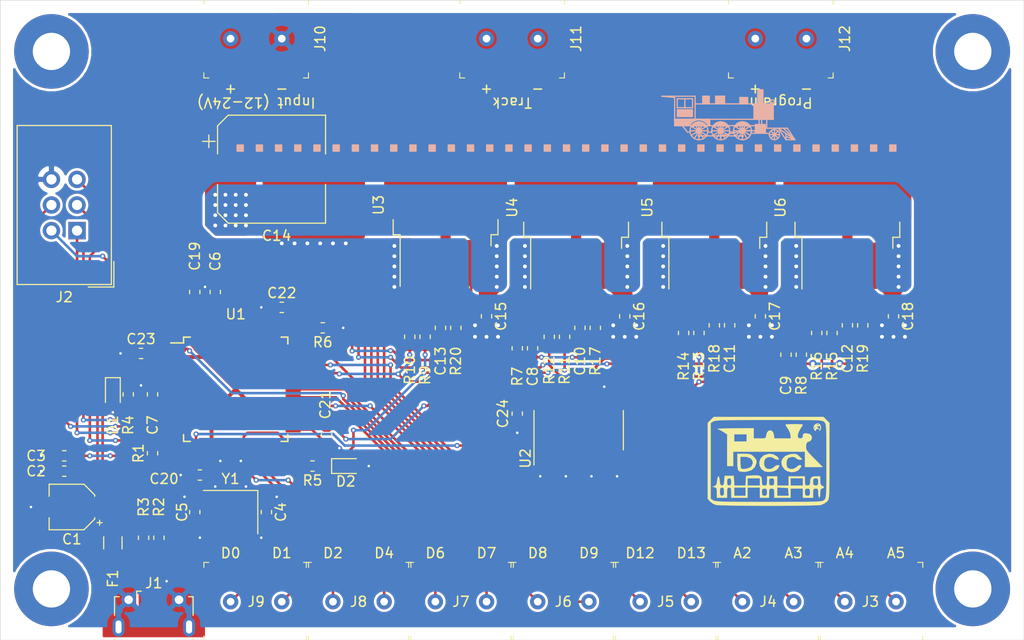
<source format=kicad_pcb>
(kicad_pcb (version 20171130) (host pcbnew "(5.1.0)-1")
  (layers (0 F.Cu signal hide) (31 B.Cu signal) (34 B.Paste user hide) (35 F.Paste user hide) (36 B.SilkS user) (37 F.SilkS user hide) (38 B.Mask user) (39 F.Mask user hide) (44 Edge.Cuts user))
  (net 0 "")
  (net 1 GND)
  (net 2 +5V)
  (net 3 "Net-(C4-Pad1)")
  (net 4 "Net-(C5-Pad1)")
  (net 5 "Net-(C6-Pad2)")
  (net 6 "Net-(C7-Pad2)")
  (net 7 /OUT_SENSE)
  (net 8 /PROG_SENSE)
  (net 9 "Net-(C10-Pad1)")
  (net 10 "Net-(C11-Pad1)")
  (net 11 "Net-(C12-Pad1)")
  (net 12 "Net-(C13-Pad1)")
  (net 13 VCC)
  (net 14 "Net-(D1-Pad1)")
  (net 15 "Net-(D2-Pad1)")
  (net 16 "Net-(F1-Pad2)")
  (net 17 "Net-(J1-Pad3)")
  (net 18 "Net-(J1-Pad4)")
  (net 19 "Net-(J1-Pad2)")
  (net 20 /RESET)
  (net 21 /MOSI)
  (net 22 /SCK)
  (net 23 /MISO)
  (net 24 /A5)
  (net 25 /A4)
  (net 26 /A3)
  (net 27 /A2)
  (net 28 /D13)
  (net 29 /D12)
  (net 30 /D9)
  (net 31 /D8)
  (net 32 /D7)
  (net 33 /D6)
  (net 34 /D4)
  (net 35 /D2)
  (net 36 /D1)
  (net 37 /D0)
  (net 38 "Net-(R2-Pad1)")
  (net 39 "Net-(R3-Pad1)")
  (net 40 "Net-(R4-Pad2)")
  (net 41 "Net-(R5-Pad2)")
  (net 42 "Net-(R6-Pad2)")
  (net 43 /OUT_EN)
  (net 44 "Net-(R9-Pad1)")
  (net 45 /OUT)
  (net 46 "Net-(R10-Pad1)")
  (net 47 "Net-(R11-Pad1)")
  (net 48 "Net-(R12-Pad2)")
  (net 49 "Net-(R12-Pad1)")
  (net 50 /PROG_EN)
  (net 51 "Net-(R13-Pad1)")
  (net 52 /PROG)
  (net 53 "Net-(R14-Pad1)")
  (net 54 "Net-(R15-Pad1)")
  (net 55 "Net-(R16-Pad2)")
  (net 56 "Net-(R16-Pad1)")
  (net 57 "Net-(U2-Pad8)")
  (net 58 "Net-(U2-Pad6)")
  (net 59 /TRACK_P)
  (net 60 /TRACK_N)
  (net 61 /PROG_P)
  (net 62 /PROG_N)
  (net 63 "Net-(U2-Pad4)")
  (net 64 "Net-(U2-Pad2)")
  (module dccpp_pcb:nmra_dcc (layer F.Cu) (at 139.7 134.62)
    (fp_text reference G*** hide)
    (fp_text value LOGO hide)
  )
  (module digikey-footprints:Term_Block_1x2_P5.08MM (layer F.Cu) (at 86.36 148.59)
    (fp_text reference J9 (at 2.54 0) (layer F.SilkS))
    (fp_text value OSTTC022162)
    (pad 2 thru_hole circle (at 5.08 0) (size 1.524 1.524) (drill 0.762) (layers *.Cu *.Mask) (net 36 /D1))
    (pad 1 thru_hole circle (at 0 0) (size 1.524 1.524) (drill 0.762) (layers *.Cu *.Mask) (net 37 /D0))
  )
  (module Capacitor_SMD:C_0603_1608Metric_Pad1.05x0.95mm_HandSolder (layer F.Cu) (at 114.808 129.921 90)
    (fp_text reference C24 (at 0 -1.43 90) (layer F.SilkS))
    (fp_text value "0.1uF 10V")
    (pad 2 smd roundrect (at 0.875 0 90) (size 1.05 0.95) (layers F.Cu F.Paste F.Mask) (net 2 +5V))
    (pad 1 smd roundrect (at -0.875 0 90) (size 1.05 0.95) (layers F.Cu F.Paste F.Mask) (net 1 GND))
  )
  (module Capacitor_SMD:C_0603_1608Metric_Pad1.05x0.95mm_HandSolder (layer F.Cu) (at 77.47 123.952)
    (fp_text reference C23 (at 0 -1.43) (layer F.SilkS))
    (fp_text value "0.1uF 10V")
    (pad 2 smd roundrect (at 0.875 0) (size 1.05 0.95) (layers F.Cu F.Paste F.Mask) (net 2 +5V))
    (pad 1 smd roundrect (at -0.875 0) (size 1.05 0.95) (layers F.Cu F.Paste F.Mask) (net 1 GND))
  )
  (module Capacitor_SMD:C_0603_1608Metric_Pad1.05x0.95mm_HandSolder (layer F.Cu) (at 91.44 119.38)
    (fp_text reference C22 (at 0 -1.43) (layer F.SilkS))
    (fp_text value "0.1uF 10V")
    (pad 2 smd roundrect (at 0.875 0) (size 1.05 0.95) (layers F.Cu F.Paste F.Mask) (net 2 +5V))
    (pad 1 smd roundrect (at -0.875 0) (size 1.05 0.95) (layers F.Cu F.Paste F.Mask) (net 1 GND))
  )
  (module Capacitor_SMD:C_0603_1608Metric_Pad1.05x0.95mm_HandSolder (layer F.Cu) (at 95.885 132.08 90)
    (fp_text reference C21 (at 3.048 -0.127 90) (layer F.SilkS))
    (fp_text value "0.1uF 10V")
    (pad 2 smd roundrect (at 0.875 0 90) (size 1.05 0.95) (layers F.Cu F.Paste F.Mask) (net 2 +5V))
    (pad 1 smd roundrect (at -0.875 0 90) (size 1.05 0.95) (layers F.Cu F.Paste F.Mask) (net 1 GND))
  )
  (module Capacitor_SMD:C_0603_1608Metric_Pad1.05x0.95mm_HandSolder (layer F.Cu) (at 83.312 136.017)
    (fp_text reference C20 (at -3.556 0.381) (layer F.SilkS))
    (fp_text value "0.1uF 10V")
    (pad 2 smd roundrect (at 0.875 0) (size 1.05 0.95) (layers F.Cu F.Paste F.Mask) (net 2 +5V))
    (pad 1 smd roundrect (at -0.875 0) (size 1.05 0.95) (layers F.Cu F.Paste F.Mask) (net 1 GND))
  )
  (module Capacitor_SMD:C_0603_1608Metric_Pad1.05x0.95mm_HandSolder (layer F.Cu) (at 82.804 117.856 270)
    (fp_text reference C19 (at -3.556 0 270) (layer F.SilkS))
    (fp_text value "0.1uF 10V")
    (pad 2 smd roundrect (at 0.875 0 270) (size 1.05 0.95) (layers F.Cu F.Paste F.Mask) (net 2 +5V))
    (pad 1 smd roundrect (at -0.875 0 270) (size 1.05 0.95) (layers F.Cu F.Paste F.Mask) (net 1 GND))
  )
  (module MountingHole:MountingHole_3.7mm_Pad (layer F.Cu) (at 68.58 93.98)
    (fp_text reference "" hide)
    (fp_text value MountingHole_3.7mm_Pad)
    (pad 1 thru_hole circle (at 0 0) (size 7.4 7.4) (drill 3.7) (layers *.Cu *.Mask))
  )
  (module MountingHole:MountingHole_3.7mm_Pad (layer F.Cu) (at 160.02 93.98)
    (fp_text reference "" hide)
    (fp_text value MountingHole_3.7mm_Pad)
    (pad 1 thru_hole circle (at 0 0) (size 7.4 7.4) (drill 3.7) (layers *.Cu *.Mask))
  )
  (module MountingHole:MountingHole_3.7mm_Pad (layer F.Cu) (at 160.02 147.32)
    (fp_text reference "" hide)
    (fp_text value MountingHole_3.7mm_Pad)
    (pad 1 thru_hole circle (at 0 0) (size 7.4 7.4) (drill 3.7) (layers *.Cu *.Mask))
  )
  (module MountingHole:MountingHole_3.7mm_Pad (layer F.Cu) (at 68.58 147.32)
    (fp_text reference "" hide)
    (fp_text value MountingHole_3.7mm_Pad)
    (pad 1 thru_hole circle (at 0 0) (size 7.4 7.4) (drill 3.7) (layers *.Cu *.Mask))
  )
  (module Crystal:Crystal_SMD_SeikoEpson_TSX3225-4Pin_3.2x2.5mm_HandSoldering (layer F.Cu) (at 86.36 139.7 180)
    (fp_text reference Y1 (at 0 3.302 180) (layer F.SilkS))
    (fp_text value 16MHz)
    (pad 4 smd rect (at -1.45 -1.0875 180) (size 2.1 1.725) (layers F.Cu F.Paste F.Mask))
    (pad 3 smd rect (at 1.45 -1.0875 180) (size 2.1 1.725) (layers F.Cu F.Paste F.Mask))
    (pad 2 smd rect (at 1.45 1.0875 180) (size 2.1 1.725) (layers F.Cu F.Paste F.Mask) (net 4 "Net-(C5-Pad1)"))
    (pad 1 smd rect (at -1.45 1.0875 180) (size 2.1 1.725) (layers F.Cu F.Paste F.Mask) (net 3 "Net-(C4-Pad1)"))
  )
  (module Package_TO_SOT_SMD:TO-263-7_TabPin8 (layer F.Cu) (at 147.574 109.474 90)
    (fp_text reference U6 (at 0 -6.65 90) (layer F.SilkS))
    (fp_text value IFX007T)
    (pad 8 smd rect (at 3.375 0 90) (size 9.4 10.8) (layers F.Cu F.Mask) (net 62 /PROG_N))
    (pad 7 smd rect (at -5.775 3.81 90) (size 4.6 0.8) (layers F.Cu F.Paste F.Mask) (net 13 VCC))
    (pad 6 smd rect (at -5.775 2.54 90) (size 4.6 0.8) (layers F.Cu F.Paste F.Mask) (net 8 /PROG_SENSE))
    (pad 5 smd rect (at -5.775 1.27 90) (size 4.6 0.8) (layers F.Cu F.Paste F.Mask) (net 11 "Net-(C12-Pad1)"))
    (pad 4 smd rect (at -5.775 0 90) (size 4.6 0.8) (layers F.Cu F.Paste F.Mask) (net 62 /PROG_N))
    (pad 3 smd rect (at -5.775 -1.27 90) (size 4.6 0.8) (layers F.Cu F.Paste F.Mask) (net 54 "Net-(R15-Pad1)"))
    (pad 2 smd rect (at -5.775 -2.54 90) (size 4.6 0.8) (layers F.Cu F.Paste F.Mask) (net 56 "Net-(R16-Pad1)"))
    (pad 1 smd rect (at -5.775 -3.81 90) (size 4.6 0.8) (layers F.Cu F.Paste F.Mask) (net 1 GND))
  )
  (module Package_TO_SOT_SMD:TO-263-7_TabPin8 (layer F.Cu) (at 134.366 109.474 90)
    (fp_text reference U5 (at 0 -6.65 90) (layer F.SilkS))
    (fp_text value IFX007T)
    (pad 8 smd rect (at 3.375 0 90) (size 9.4 10.8) (layers F.Cu F.Mask) (net 61 /PROG_P))
    (pad 7 smd rect (at -5.775 3.81 90) (size 4.6 0.8) (layers F.Cu F.Paste F.Mask) (net 13 VCC))
    (pad 6 smd rect (at -5.775 2.54 90) (size 4.6 0.8) (layers F.Cu F.Paste F.Mask) (net 8 /PROG_SENSE))
    (pad 5 smd rect (at -5.775 1.27 90) (size 4.6 0.8) (layers F.Cu F.Paste F.Mask) (net 10 "Net-(C11-Pad1)"))
    (pad 4 smd rect (at -5.775 0 90) (size 4.6 0.8) (layers F.Cu F.Paste F.Mask) (net 61 /PROG_P))
    (pad 3 smd rect (at -5.775 -1.27 90) (size 4.6 0.8) (layers F.Cu F.Paste F.Mask) (net 51 "Net-(R13-Pad1)"))
    (pad 2 smd rect (at -5.775 -2.54 90) (size 4.6 0.8) (layers F.Cu F.Paste F.Mask) (net 53 "Net-(R14-Pad1)"))
    (pad 1 smd rect (at -5.775 -3.81 90) (size 4.6 0.8) (layers F.Cu F.Paste F.Mask) (net 1 GND))
  )
  (module Package_TO_SOT_SMD:TO-263-7_TabPin8 (layer F.Cu) (at 120.65 109.474 90)
    (fp_text reference U4 (at 0 -6.35 90) (layer F.SilkS))
    (fp_text value IFX007T)
    (pad 8 smd rect (at 3.375 0 90) (size 9.4 10.8) (layers F.Cu F.Mask) (net 60 /TRACK_N))
    (pad 7 smd rect (at -5.775 3.81 90) (size 4.6 0.8) (layers F.Cu F.Paste F.Mask) (net 13 VCC))
    (pad 6 smd rect (at -5.775 2.54 90) (size 4.6 0.8) (layers F.Cu F.Paste F.Mask) (net 7 /OUT_SENSE))
    (pad 5 smd rect (at -5.775 1.27 90) (size 4.6 0.8) (layers F.Cu F.Paste F.Mask) (net 9 "Net-(C10-Pad1)"))
    (pad 4 smd rect (at -5.775 0 90) (size 4.6 0.8) (layers F.Cu F.Paste F.Mask) (net 60 /TRACK_N))
    (pad 3 smd rect (at -5.775 -1.27 90) (size 4.6 0.8) (layers F.Cu F.Paste F.Mask) (net 47 "Net-(R11-Pad1)"))
    (pad 2 smd rect (at -5.775 -2.54 90) (size 4.6 0.8) (layers F.Cu F.Paste F.Mask) (net 49 "Net-(R12-Pad1)"))
    (pad 1 smd rect (at -5.775 -3.81 90) (size 4.6 0.8) (layers F.Cu F.Paste F.Mask) (net 1 GND))
  )
  (module Package_TO_SOT_SMD:TO-263-7_TabPin8 (layer F.Cu) (at 107.696 109.22 90)
    (fp_text reference U3 (at 0 -6.65 90) (layer F.SilkS))
    (fp_text value IFX007T)
    (pad 8 smd rect (at 3.375 0 90) (size 9.4 10.8) (layers F.Cu F.Mask) (net 59 /TRACK_P))
    (pad 7 smd rect (at -5.775 3.81 90) (size 4.6 0.8) (layers F.Cu F.Paste F.Mask) (net 13 VCC))
    (pad 6 smd rect (at -5.775 2.54 90) (size 4.6 0.8) (layers F.Cu F.Paste F.Mask) (net 7 /OUT_SENSE))
    (pad 5 smd rect (at -5.775 1.27 90) (size 4.6 0.8) (layers F.Cu F.Paste F.Mask) (net 12 "Net-(C13-Pad1)"))
    (pad 4 smd rect (at -5.775 0 90) (size 4.6 0.8) (layers F.Cu F.Paste F.Mask) (net 59 /TRACK_P))
    (pad 3 smd rect (at -5.775 -1.27 90) (size 4.6 0.8) (layers F.Cu F.Paste F.Mask) (net 44 "Net-(R9-Pad1)"))
    (pad 2 smd rect (at -5.775 -2.54 90) (size 4.6 0.8) (layers F.Cu F.Paste F.Mask) (net 46 "Net-(R10-Pad1)"))
    (pad 1 smd rect (at -5.775 -3.81 90) (size 4.6 0.8) (layers F.Cu F.Paste F.Mask) (net 1 GND))
  )
  (module Package_SO:SOIC-14_3.9x8.7mm_P1.27mm (layer F.Cu) (at 120.904 131.572 90)
    (fp_text reference U2 (at -2.794 -5.28 90) (layer F.SilkS))
    (fp_text value 74HC04)
    (pad 14 smd roundrect (at 2.475 -3.81 90) (size 1.95 0.6) (layers F.Cu F.Paste F.Mask) (net 2 +5V))
    (pad 13 smd roundrect (at 2.475 -2.54 90) (size 1.95 0.6) (layers F.Cu F.Paste F.Mask) (net 45 /OUT))
    (pad 12 smd roundrect (at 2.475 -1.27 90) (size 1.95 0.6) (layers F.Cu F.Paste F.Mask) (net 48 "Net-(R12-Pad2)"))
    (pad 11 smd roundrect (at 2.475 0 90) (size 1.95 0.6) (layers F.Cu F.Paste F.Mask) (net 52 /PROG))
    (pad 10 smd roundrect (at 2.475 1.27 90) (size 1.95 0.6) (layers F.Cu F.Paste F.Mask) (net 55 "Net-(R16-Pad2)"))
    (pad 9 smd roundrect (at 2.475 2.54 90) (size 1.95 0.6) (layers F.Cu F.Paste F.Mask) (net 1 GND))
    (pad 8 smd roundrect (at 2.475 3.81 90) (size 1.95 0.6) (layers F.Cu F.Paste F.Mask) (net 57 "Net-(U2-Pad8)"))
    (pad 7 smd roundrect (at -2.475 3.81 90) (size 1.95 0.6) (layers F.Cu F.Paste F.Mask) (net 1 GND))
    (pad 6 smd roundrect (at -2.475 2.54 90) (size 1.95 0.6) (layers F.Cu F.Paste F.Mask) (net 58 "Net-(U2-Pad6)"))
    (pad 5 smd roundrect (at -2.475 1.27 90) (size 1.95 0.6) (layers F.Cu F.Paste F.Mask) (net 1 GND))
    (pad 4 smd roundrect (at -2.475 0 90) (size 1.95 0.6) (layers F.Cu F.Paste F.Mask) (net 63 "Net-(U2-Pad4)"))
    (pad 3 smd roundrect (at -2.475 -1.27 90) (size 1.95 0.6) (layers F.Cu F.Paste F.Mask) (net 1 GND))
    (pad 2 smd roundrect (at -2.475 -2.54 90) (size 1.95 0.6) (layers F.Cu F.Paste F.Mask) (net 64 "Net-(U2-Pad2)"))
    (pad 1 smd roundrect (at -2.475 -3.81 90) (size 1.95 0.6) (layers F.Cu F.Paste F.Mask) (net 1 GND))
  )
  (module Package_QFP:TQFP-44_10x10mm_P0.8mm (layer F.Cu) (at 86.868 127.508)
    (fp_text reference U1 (at 0 -7.45) (layer F.SilkS))
    (fp_text value ATmega32U4-AU)
    (pad 44 smd rect (at -4 -5.7 90) (size 1.5 0.55) (layers F.Cu F.Paste F.Mask) (net 2 +5V))
    (pad 43 smd rect (at -3.2 -5.7 90) (size 1.5 0.55) (layers F.Cu F.Paste F.Mask) (net 1 GND))
    (pad 42 smd rect (at -2.4 -5.7 90) (size 1.5 0.55) (layers F.Cu F.Paste F.Mask) (net 5 "Net-(C6-Pad2)"))
    (pad 41 smd rect (at -1.6 -5.7 90) (size 1.5 0.55) (layers F.Cu F.Paste F.Mask) (net 24 /A5))
    (pad 40 smd rect (at -0.8 -5.7 90) (size 1.5 0.55) (layers F.Cu F.Paste F.Mask) (net 25 /A4))
    (pad 39 smd rect (at 0 -5.7 90) (size 1.5 0.55) (layers F.Cu F.Paste F.Mask) (net 26 /A3))
    (pad 38 smd rect (at 0.8 -5.7 90) (size 1.5 0.55) (layers F.Cu F.Paste F.Mask) (net 27 /A2))
    (pad 37 smd rect (at 1.6 -5.7 90) (size 1.5 0.55) (layers F.Cu F.Paste F.Mask) (net 8 /PROG_SENSE))
    (pad 36 smd rect (at 2.4 -5.7 90) (size 1.5 0.55) (layers F.Cu F.Paste F.Mask) (net 7 /OUT_SENSE))
    (pad 35 smd rect (at 3.2 -5.7 90) (size 1.5 0.55) (layers F.Cu F.Paste F.Mask) (net 1 GND))
    (pad 34 smd rect (at 4 -5.7 90) (size 1.5 0.55) (layers F.Cu F.Paste F.Mask) (net 2 +5V))
    (pad 33 smd rect (at 5.7 -4) (size 1.5 0.55) (layers F.Cu F.Paste F.Mask) (net 42 "Net-(R6-Pad2)"))
    (pad 32 smd rect (at 5.7 -3.2) (size 1.5 0.55) (layers F.Cu F.Paste F.Mask) (net 28 /D13))
    (pad 31 smd rect (at 5.7 -2.4) (size 1.5 0.55) (layers F.Cu F.Paste F.Mask) (net 52 /PROG))
    (pad 30 smd rect (at 5.7 -1.6) (size 1.5 0.55) (layers F.Cu F.Paste F.Mask) (net 45 /OUT))
    (pad 29 smd rect (at 5.7 -0.8) (size 1.5 0.55) (layers F.Cu F.Paste F.Mask) (net 30 /D9))
    (pad 28 smd rect (at 5.7 0) (size 1.5 0.55) (layers F.Cu F.Paste F.Mask) (net 31 /D8))
    (pad 27 smd rect (at 5.7 0.8) (size 1.5 0.55) (layers F.Cu F.Paste F.Mask) (net 33 /D6))
    (pad 26 smd rect (at 5.7 1.6) (size 1.5 0.55) (layers F.Cu F.Paste F.Mask) (net 29 /D12))
    (pad 25 smd rect (at 5.7 2.4) (size 1.5 0.55) (layers F.Cu F.Paste F.Mask) (net 34 /D4))
    (pad 24 smd rect (at 5.7 3.2) (size 1.5 0.55) (layers F.Cu F.Paste F.Mask) (net 2 +5V))
    (pad 23 smd rect (at 5.7 4) (size 1.5 0.55) (layers F.Cu F.Paste F.Mask) (net 1 GND))
    (pad 22 smd rect (at 4 5.7 90) (size 1.5 0.55) (layers F.Cu F.Paste F.Mask) (net 41 "Net-(R5-Pad2)"))
    (pad 21 smd rect (at 3.2 5.7 90) (size 1.5 0.55) (layers F.Cu F.Paste F.Mask) (net 36 /D1))
    (pad 20 smd rect (at 2.4 5.7 90) (size 1.5 0.55) (layers F.Cu F.Paste F.Mask) (net 37 /D0))
    (pad 19 smd rect (at 1.6 5.7 90) (size 1.5 0.55) (layers F.Cu F.Paste F.Mask) (net 35 /D2))
    (pad 18 smd rect (at 0.8 5.7 90) (size 1.5 0.55) (layers F.Cu F.Paste F.Mask) (net 43 /OUT_EN))
    (pad 17 smd rect (at 0 5.7 90) (size 1.5 0.55) (layers F.Cu F.Paste F.Mask) (net 3 "Net-(C4-Pad1)"))
    (pad 16 smd rect (at -0.8 5.7 90) (size 1.5 0.55) (layers F.Cu F.Paste F.Mask) (net 4 "Net-(C5-Pad1)"))
    (pad 15 smd rect (at -1.6 5.7 90) (size 1.5 0.55) (layers F.Cu F.Paste F.Mask) (net 1 GND))
    (pad 14 smd rect (at -2.4 5.7 90) (size 1.5 0.55) (layers F.Cu F.Paste F.Mask) (net 2 +5V))
    (pad 13 smd rect (at -3.2 5.7 90) (size 1.5 0.55) (layers F.Cu F.Paste F.Mask) (net 20 /RESET))
    (pad 12 smd rect (at -4 5.7 90) (size 1.5 0.55) (layers F.Cu F.Paste F.Mask) (net 50 /PROG_EN))
    (pad 11 smd rect (at -5.7 4) (size 1.5 0.55) (layers F.Cu F.Paste F.Mask) (net 23 /MISO))
    (pad 10 smd rect (at -5.7 3.2) (size 1.5 0.55) (layers F.Cu F.Paste F.Mask) (net 21 /MOSI))
    (pad 9 smd rect (at -5.7 2.4) (size 1.5 0.55) (layers F.Cu F.Paste F.Mask) (net 22 /SCK))
    (pad 8 smd rect (at -5.7 1.6) (size 1.5 0.55) (layers F.Cu F.Paste F.Mask) (net 40 "Net-(R4-Pad2)"))
    (pad 7 smd rect (at -5.7 0.8) (size 1.5 0.55) (layers F.Cu F.Paste F.Mask) (net 2 +5V))
    (pad 6 smd rect (at -5.7 0) (size 1.5 0.55) (layers F.Cu F.Paste F.Mask) (net 6 "Net-(C7-Pad2)"))
    (pad 5 smd rect (at -5.7 -0.8) (size 1.5 0.55) (layers F.Cu F.Paste F.Mask) (net 1 GND))
    (pad 4 smd rect (at -5.7 -1.6) (size 1.5 0.55) (layers F.Cu F.Paste F.Mask) (net 38 "Net-(R2-Pad1)"))
    (pad 3 smd rect (at -5.7 -2.4) (size 1.5 0.55) (layers F.Cu F.Paste F.Mask) (net 39 "Net-(R3-Pad1)"))
    (pad 2 smd rect (at -5.7 -3.2) (size 1.5 0.55) (layers F.Cu F.Paste F.Mask) (net 2 +5V))
    (pad 1 smd rect (at -5.7 -4) (size 1.5 0.55) (layers F.Cu F.Paste F.Mask) (net 32 /D7))
  )
  (module Resistor_SMD:R_0603_1608Metric_Pad1.05x0.95mm_HandSolder (layer F.Cu) (at 108.712 121.412 270)
    (fp_text reference R20 (at 3.302 0 90) (layer F.SilkS))
    (fp_text value 510)
    (pad 2 smd roundrect (at 0.875 0 270) (size 1.05 0.95) (layers F.Cu F.Paste F.Mask) (net 1 GND))
    (pad 1 smd roundrect (at -0.875 0 270) (size 1.05 0.95) (layers F.Cu F.Paste F.Mask) (net 12 "Net-(C13-Pad1)"))
  )
  (module Resistor_SMD:R_0603_1608Metric_Pad1.05x0.95mm_HandSolder (layer F.Cu) (at 149.098 121.158 270)
    (fp_text reference R19 (at 3.302 0 90) (layer F.SilkS))
    (fp_text value 510)
    (pad 2 smd roundrect (at 0.875 0 270) (size 1.05 0.95) (layers F.Cu F.Paste F.Mask) (net 1 GND))
    (pad 1 smd roundrect (at -0.875 0 270) (size 1.05 0.95) (layers F.Cu F.Paste F.Mask) (net 11 "Net-(C12-Pad1)"))
  )
  (module Resistor_SMD:R_0603_1608Metric_Pad1.05x0.95mm_HandSolder (layer F.Cu) (at 134.366 121.158 270)
    (fp_text reference R18 (at 3.302 0 90) (layer F.SilkS))
    (fp_text value 510)
    (pad 2 smd roundrect (at 0.875 0 270) (size 1.05 0.95) (layers F.Cu F.Paste F.Mask) (net 1 GND))
    (pad 1 smd roundrect (at -0.875 0 270) (size 1.05 0.95) (layers F.Cu F.Paste F.Mask) (net 10 "Net-(C11-Pad1)"))
  )
  (module Resistor_SMD:R_0603_1608Metric_Pad1.05x0.95mm_HandSolder (layer F.Cu) (at 122.555 121.412 270)
    (fp_text reference R17 (at 3.302 0 90) (layer F.SilkS))
    (fp_text value 510)
    (pad 2 smd roundrect (at 0.875 0 270) (size 1.05 0.95) (layers F.Cu F.Paste F.Mask) (net 1 GND))
    (pad 1 smd roundrect (at -0.875 0 270) (size 1.05 0.95) (layers F.Cu F.Paste F.Mask) (net 9 "Net-(C10-Pad1)"))
  )
  (module Resistor_SMD:R_0603_1608Metric_Pad1.05x0.95mm_HandSolder (layer F.Cu) (at 144.526 121.92 270)
    (fp_text reference R16 (at 3.302 0 90) (layer F.SilkS))
    (fp_text value 10k)
    (pad 2 smd roundrect (at 0.875 0 270) (size 1.05 0.95) (layers F.Cu F.Paste F.Mask) (net 55 "Net-(R16-Pad2)"))
    (pad 1 smd roundrect (at -0.875 0 270) (size 1.05 0.95) (layers F.Cu F.Paste F.Mask) (net 56 "Net-(R16-Pad1)"))
  )
  (module Resistor_SMD:R_0603_1608Metric_Pad1.05x0.95mm_HandSolder (layer F.Cu) (at 146.05 121.92 270)
    (fp_text reference R15 (at 3.302 0 90) (layer F.SilkS))
    (fp_text value 10k)
    (pad 2 smd roundrect (at 0.875 0 270) (size 1.05 0.95) (layers F.Cu F.Paste F.Mask) (net 50 /PROG_EN))
    (pad 1 smd roundrect (at -0.875 0 270) (size 1.05 0.95) (layers F.Cu F.Paste F.Mask) (net 54 "Net-(R15-Pad1)"))
  )
  (module Resistor_SMD:R_0603_1608Metric_Pad1.05x0.95mm_HandSolder (layer F.Cu) (at 131.318 121.92 270)
    (fp_text reference R14 (at 3.302 0 90) (layer F.SilkS))
    (fp_text value 10k)
    (pad 2 smd roundrect (at 0.875 0 270) (size 1.05 0.95) (layers F.Cu F.Paste F.Mask) (net 52 /PROG))
    (pad 1 smd roundrect (at -0.875 0 270) (size 1.05 0.95) (layers F.Cu F.Paste F.Mask) (net 53 "Net-(R14-Pad1)"))
  )
  (module Resistor_SMD:R_0603_1608Metric_Pad1.05x0.95mm_HandSolder (layer F.Cu) (at 132.842 121.92 270)
    (fp_text reference R13 (at 3.302 0 90) (layer F.SilkS))
    (fp_text value 10k)
    (pad 2 smd roundrect (at 0.875 0 270) (size 1.05 0.95) (layers F.Cu F.Paste F.Mask) (net 50 /PROG_EN))
    (pad 1 smd roundrect (at -0.875 0 270) (size 1.05 0.95) (layers F.Cu F.Paste F.Mask) (net 51 "Net-(R13-Pad1)"))
  )
  (module Resistor_SMD:R_0603_1608Metric_Pad1.05x0.95mm_HandSolder (layer F.Cu) (at 117.983 122.301 270)
    (fp_text reference R12 (at 3.302 0 90) (layer F.SilkS))
    (fp_text value 10k)
    (pad 2 smd roundrect (at 0.875 0 270) (size 1.05 0.95) (layers F.Cu F.Paste F.Mask) (net 48 "Net-(R12-Pad2)"))
    (pad 1 smd roundrect (at -0.875 0 270) (size 1.05 0.95) (layers F.Cu F.Paste F.Mask) (net 49 "Net-(R12-Pad1)"))
  )
  (module Resistor_SMD:R_0603_1608Metric_Pad1.05x0.95mm_HandSolder (layer F.Cu) (at 119.507 122.301 270)
    (fp_text reference R11 (at 3.302 0 90) (layer F.SilkS))
    (fp_text value 10k)
    (pad 2 smd roundrect (at 0.875 0 270) (size 1.05 0.95) (layers F.Cu F.Paste F.Mask) (net 43 /OUT_EN))
    (pad 1 smd roundrect (at -0.875 0 270) (size 1.05 0.95) (layers F.Cu F.Paste F.Mask) (net 47 "Net-(R11-Pad1)"))
  )
  (module Resistor_SMD:R_0603_1608Metric_Pad1.05x0.95mm_HandSolder (layer F.Cu) (at 104.14 122.301 270)
    (fp_text reference R10 (at 3.302 0 90) (layer F.SilkS))
    (fp_text value 10k)
    (pad 2 smd roundrect (at 0.875 0 270) (size 1.05 0.95) (layers F.Cu F.Paste F.Mask) (net 45 /OUT))
    (pad 1 smd roundrect (at -0.875 0 270) (size 1.05 0.95) (layers F.Cu F.Paste F.Mask) (net 46 "Net-(R10-Pad1)"))
  )
  (module Resistor_SMD:R_0603_1608Metric_Pad1.05x0.95mm_HandSolder (layer F.Cu) (at 105.664 122.301 270)
    (fp_text reference R9 (at 3.81 0 90) (layer F.SilkS))
    (fp_text value 10k)
    (pad 2 smd roundrect (at 0.875 0 270) (size 1.05 0.95) (layers F.Cu F.Paste F.Mask) (net 43 /OUT_EN))
    (pad 1 smd roundrect (at -0.875 0 270) (size 1.05 0.95) (layers F.Cu F.Paste F.Mask) (net 44 "Net-(R9-Pad1)"))
  )
  (module Resistor_SMD:R_0603_1608Metric_Pad1.05x0.95mm_HandSolder (layer F.Cu) (at 143.002 124.079 90)
    (fp_text reference R8 (at -3.048 0 90) (layer F.SilkS))
    (fp_text value 470)
    (pad 2 smd roundrect (at 0.875 0 90) (size 1.05 0.95) (layers F.Cu F.Paste F.Mask) (net 1 GND))
    (pad 1 smd roundrect (at -0.875 0 90) (size 1.05 0.95) (layers F.Cu F.Paste F.Mask) (net 8 /PROG_SENSE))
  )
  (module Resistor_SMD:R_0603_1608Metric_Pad1.05x0.95mm_HandSolder (layer F.Cu) (at 114.808 123.444 90)
    (fp_text reference R7 (at -2.794 0 90) (layer F.SilkS))
    (fp_text value 470)
    (pad 2 smd roundrect (at 0.875 0 90) (size 1.05 0.95) (layers F.Cu F.Paste F.Mask) (net 1 GND))
    (pad 1 smd roundrect (at -0.875 0 90) (size 1.05 0.95) (layers F.Cu F.Paste F.Mask) (net 7 /OUT_SENSE))
  )
  (module Resistor_SMD:R_0603_1608Metric_Pad1.05x0.95mm_HandSolder (layer F.Cu) (at 95.504 121.412 180)
    (fp_text reference R6 (at 0 -1.43) (layer F.SilkS))
    (fp_text value 10k)
    (pad 2 smd roundrect (at 0.875 0 180) (size 1.05 0.95) (layers F.Cu F.Paste F.Mask) (net 42 "Net-(R6-Pad2)"))
    (pad 1 smd roundrect (at -0.875 0 180) (size 1.05 0.95) (layers F.Cu F.Paste F.Mask) (net 1 GND))
  )
  (module Resistor_SMD:R_0603_1608Metric_Pad1.05x0.95mm_HandSolder (layer F.Cu) (at 94.488 135.128 180)
    (fp_text reference R5 (at 0 -1.43 180) (layer F.SilkS))
    (fp_text value 330)
    (pad 2 smd roundrect (at 0.875 0 180) (size 1.05 0.95) (layers F.Cu F.Paste F.Mask) (net 41 "Net-(R5-Pad2)"))
    (pad 1 smd roundrect (at -0.875 0 180) (size 1.05 0.95) (layers F.Cu F.Paste F.Mask) (net 15 "Net-(D2-Pad1)"))
  )
  (module Resistor_SMD:R_0603_1608Metric_Pad1.05x0.95mm_HandSolder (layer F.Cu) (at 76.2 128.016 270)
    (fp_text reference R4 (at 3.048 0 270) (layer F.SilkS))
    (fp_text value 330)
    (pad 2 smd roundrect (at 0.875 0 270) (size 1.05 0.95) (layers F.Cu F.Paste F.Mask) (net 40 "Net-(R4-Pad2)"))
    (pad 1 smd roundrect (at -0.875 0 270) (size 1.05 0.95) (layers F.Cu F.Paste F.Mask) (net 14 "Net-(D1-Pad1)"))
  )
  (module Resistor_SMD:R_0603_1608Metric_Pad1.05x0.95mm_HandSolder (layer F.Cu) (at 77.724 142.24 270)
    (fp_text reference R3 (at -3.048 0 90) (layer F.SilkS))
    (fp_text value 22)
    (pad 2 smd roundrect (at 0.875 0 270) (size 1.05 0.95) (layers F.Cu F.Paste F.Mask) (net 19 "Net-(J1-Pad2)"))
    (pad 1 smd roundrect (at -0.875 0 270) (size 1.05 0.95) (layers F.Cu F.Paste F.Mask) (net 39 "Net-(R3-Pad1)"))
  )
  (module Resistor_SMD:R_0603_1608Metric_Pad1.05x0.95mm_HandSolder (layer F.Cu) (at 79.248 142.24 270)
    (fp_text reference R2 (at -3.048 0 90) (layer F.SilkS))
    (fp_text value 22)
    (pad 2 smd roundrect (at 0.875 0 270) (size 1.05 0.95) (layers F.Cu F.Paste F.Mask) (net 17 "Net-(J1-Pad3)"))
    (pad 1 smd roundrect (at -0.875 0 270) (size 1.05 0.95) (layers F.Cu F.Paste F.Mask) (net 38 "Net-(R2-Pad1)"))
  )
  (module Resistor_SMD:R_0603_1608Metric_Pad1.05x0.95mm_HandSolder (layer F.Cu) (at 78.613 133.858 270)
    (fp_text reference R1 (at 0 1.397 90) (layer F.SilkS))
    (fp_text value 10k)
    (pad 2 smd roundrect (at 0.875 0 270) (size 1.05 0.95) (layers F.Cu F.Paste F.Mask) (net 2 +5V))
    (pad 1 smd roundrect (at -0.875 0 270) (size 1.05 0.95) (layers F.Cu F.Paste F.Mask) (net 20 /RESET))
  )
  (module digikey-footprints:Term_Block_1x2_P5.08MM (layer F.Cu) (at 143.51 92.71 180)
    (fp_text reference J12 (at -3.81 0 90) (layer F.SilkS))
    (fp_text value OSTTC022162)
    (pad 2 thru_hole circle (at 5.08 0 180) (size 1.524 1.524) (drill 0.762) (layers *.Cu *.Mask) (net 61 /PROG_P))
    (pad 1 thru_hole circle (at 0 0 180) (size 1.524 1.524) (drill 0.762) (layers *.Cu *.Mask) (net 62 /PROG_N))
  )
  (module digikey-footprints:Term_Block_1x2_P5.08MM (layer F.Cu) (at 116.84 92.71 180)
    (fp_text reference J11 (at -3.81 0 90) (layer F.SilkS))
    (fp_text value OSTTC022162)
    (pad 2 thru_hole circle (at 5.08 0 180) (size 1.524 1.524) (drill 0.762) (layers *.Cu *.Mask) (net 59 /TRACK_P))
    (pad 1 thru_hole circle (at 0 0 180) (size 1.524 1.524) (drill 0.762) (layers *.Cu *.Mask) (net 60 /TRACK_N))
  )
  (module digikey-footprints:Term_Block_1x2_P5.08MM (layer F.Cu) (at 91.44 92.71 180)
    (fp_text reference J10 (at -3.81 0 90) (layer F.SilkS))
    (fp_text value OSTTC022162)
    (pad 2 thru_hole circle (at 5.08 0 180) (size 1.524 1.524) (drill 0.762) (layers *.Cu *.Mask) (net 13 VCC))
    (pad 1 thru_hole circle (at 0 0 180) (size 1.524 1.524) (drill 0.762) (layers *.Cu *.Mask) (net 1 GND))
  )
  (module digikey-footprints:Term_Block_1x2_P5.08MM (layer F.Cu) (at 96.52 148.59)
    (fp_text reference J8 (at 2.54 0) (layer F.SilkS))
    (fp_text value OSTTC022162)
    (pad 2 thru_hole circle (at 5.08 0) (size 1.524 1.524) (drill 0.762) (layers *.Cu *.Mask) (net 34 /D4))
    (pad 1 thru_hole circle (at 0 0) (size 1.524 1.524) (drill 0.762) (layers *.Cu *.Mask) (net 35 /D2))
  )
  (module digikey-footprints:Term_Block_1x2_P5.08MM (layer F.Cu) (at 106.68 148.59)
    (fp_text reference J7 (at 2.54 0) (layer F.SilkS))
    (fp_text value OSTTC022162)
    (pad 2 thru_hole circle (at 5.08 0) (size 1.524 1.524) (drill 0.762) (layers *.Cu *.Mask) (net 32 /D7))
    (pad 1 thru_hole circle (at 0 0) (size 1.524 1.524) (drill 0.762) (layers *.Cu *.Mask) (net 33 /D6))
  )
  (module digikey-footprints:Term_Block_1x2_P5.08MM (layer F.Cu) (at 116.84 148.59)
    (fp_text reference J6 (at 2.54 0) (layer F.SilkS))
    (fp_text value OSTTC022162)
    (pad 2 thru_hole circle (at 5.08 0) (size 1.524 1.524) (drill 0.762) (layers *.Cu *.Mask) (net 30 /D9))
    (pad 1 thru_hole circle (at 0 0) (size 1.524 1.524) (drill 0.762) (layers *.Cu *.Mask) (net 31 /D8))
  )
  (module digikey-footprints:Term_Block_1x2_P5.08MM (layer F.Cu) (at 127 148.59)
    (fp_text reference J5 (at 2.54 0) (layer F.SilkS))
    (fp_text value OSTTC022162)
    (pad 2 thru_hole circle (at 5.08 0) (size 1.524 1.524) (drill 0.762) (layers *.Cu *.Mask) (net 28 /D13))
    (pad 1 thru_hole circle (at 0 0) (size 1.524 1.524) (drill 0.762) (layers *.Cu *.Mask) (net 29 /D12))
  )
  (module digikey-footprints:Term_Block_1x2_P5.08MM (layer F.Cu) (at 137.16 148.59)
    (fp_text reference J4 (at 2.54 0) (layer F.SilkS))
    (fp_text value OSTTC022162)
    (pad 2 thru_hole circle (at 5.08 0) (size 1.524 1.524) (drill 0.762) (layers *.Cu *.Mask) (net 26 /A3))
    (pad 1 thru_hole circle (at 0 0) (size 1.524 1.524) (drill 0.762) (layers *.Cu *.Mask) (net 27 /A2))
  )
  (module digikey-footprints:Term_Block_1x2_P5.08MM (layer F.Cu) (at 147.32 148.59)
    (fp_text reference J3 (at 2.54 0) (layer F.SilkS))
    (fp_text value OSTTC022162)
    (pad 2 thru_hole circle (at 5.08 0) (size 1.524 1.524) (drill 0.762) (layers *.Cu *.Mask) (net 24 /A5))
    (pad 1 thru_hole circle (at 0 0) (size 1.524 1.524) (drill 0.762) (layers *.Cu *.Mask) (net 25 /A4))
  )
  (module Connector_IDC:IDC-Header_2x03_P2.54mm_Vertical (layer F.Cu) (at 71.12 111.76 180)
    (fp_text reference J2 (at 1.27 -6.604) (layer F.SilkS))
    (fp_text value AVR-ISP-6)
    (pad 6 thru_hole oval (at 2.54 5.08 180) (size 1.7272 1.7272) (drill 1.016) (layers *.Cu *.Mask) (net 1 GND))
    (pad 5 thru_hole oval (at 0 5.08 180) (size 1.7272 1.7272) (drill 1.016) (layers *.Cu *.Mask) (net 20 /RESET))
    (pad 4 thru_hole oval (at 2.54 2.54 180) (size 1.7272 1.7272) (drill 1.016) (layers *.Cu *.Mask) (net 21 /MOSI))
    (pad 3 thru_hole oval (at 0 2.54 180) (size 1.7272 1.7272) (drill 1.016) (layers *.Cu *.Mask) (net 22 /SCK))
    (pad 2 thru_hole oval (at 2.54 0 180) (size 1.7272 1.7272) (drill 1.016) (layers *.Cu *.Mask) (net 2 +5V))
    (pad 1 thru_hole rect (at 0 0 180) (size 1.7272 1.7272) (drill 1.016) (layers *.Cu *.Mask) (net 23 /MISO))
  )
  (module Connector_USB:USB_Micro-B_Molex-105017-0001 (layer F.Cu) (at 78.74 149.86)
    (fp_text reference J1 (at 0 -3.1125) (layer F.SilkS))
    (fp_text value USB_B_Micro)
    (pad 6 smd rect (at -2.9 1.2375) (size 1.2 1.9) (layers F.Cu F.Mask) (net 1 GND))
    (pad 6 smd rect (at 2.9 1.2375) (size 1.2 1.9) (layers F.Cu F.Mask) (net 1 GND))
    (pad 6 thru_hole oval (at 3.5 1.2375) (size 1.2 1.9) (drill oval 0.6 1.3) (layers *.Cu *.Mask) (net 1 GND))
    (pad 6 thru_hole oval (at -3.5 1.2375 180) (size 1.2 1.9) (drill oval 0.6 1.3) (layers *.Cu *.Mask) (net 1 GND))
    (pad 6 smd rect (at -1 1.2375) (size 1.5 1.9) (layers F.Cu F.Paste F.Mask) (net 1 GND))
    (pad 6 thru_hole circle (at 2.5 -1.4625) (size 1.45 1.45) (drill 0.85) (layers *.Cu *.Mask) (net 1 GND))
    (pad 3 smd rect (at 0 -1.4625) (size 0.4 1.35) (layers F.Cu F.Paste F.Mask) (net 17 "Net-(J1-Pad3)"))
    (pad 4 smd rect (at 0.65 -1.4625) (size 0.4 1.35) (layers F.Cu F.Paste F.Mask) (net 18 "Net-(J1-Pad4)"))
    (pad 5 smd rect (at 1.3 -1.4625) (size 0.4 1.35) (layers F.Cu F.Paste F.Mask) (net 1 GND))
    (pad 1 smd rect (at -1.3 -1.4625) (size 0.4 1.35) (layers F.Cu F.Paste F.Mask) (net 16 "Net-(F1-Pad2)"))
    (pad 2 smd rect (at -0.65 -1.4625) (size 0.4 1.35) (layers F.Cu F.Paste F.Mask) (net 19 "Net-(J1-Pad2)"))
    (pad 6 thru_hole circle (at -2.5 -1.4625) (size 1.45 1.45) (drill 0.85) (layers *.Cu *.Mask) (net 1 GND))
    (pad 6 smd rect (at 1 1.2375) (size 1.5 1.9) (layers F.Cu F.Paste F.Mask) (net 1 GND))
  )
  (module Fuse:Fuse_1206_3216Metric_Pad1.42x1.75mm_HandSolder (layer F.Cu) (at 74.676 142.748 270)
    (fp_text reference F1 (at 3.556 0 270) (layer F.SilkS))
    (fp_text value "500mA cont / 1A trip")
    (pad 2 smd roundrect (at 1.4875 0 270) (size 1.425 1.75) (layers F.Cu F.Paste F.Mask) (roundrect_rratio 0.175439) (net 16 "Net-(F1-Pad2)"))
    (pad 1 smd roundrect (at -1.4875 0 270) (size 1.425 1.75) (layers F.Cu F.Paste F.Mask) (roundrect_rratio 0.175439) (net 2 +5V))
  )
  (module LED_SMD:LED_0603_1608Metric_Pad1.05x0.95mm_HandSolder (layer F.Cu) (at 98.044 135.128)
    (fp_text reference D2 (at -0.254 1.524 -180) (layer F.SilkS))
    (fp_text value "LED (Green)")
    (pad 2 smd roundrect (at 0.875 0) (size 1.05 0.95) (layers F.Cu F.Paste F.Mask) (net 1 GND))
    (pad 1 smd roundrect (at -0.875 0) (size 1.05 0.95) (layers F.Cu F.Paste F.Mask) (net 15 "Net-(D2-Pad1)"))
  )
  (module LED_SMD:LED_0603_1608Metric_Pad1.05x0.95mm_HandSolder (layer F.Cu) (at 74.676 128.016 270)
    (fp_text reference D1 (at 3.048 0 90) (layer F.SilkS))
    (fp_text value "LED (Yellow)")
    (pad 2 smd roundrect (at 0.875 0 270) (size 1.05 0.95) (layers F.Cu F.Paste F.Mask) (net 1 GND))
    (pad 1 smd roundrect (at -0.875 0 270) (size 1.05 0.95) (layers F.Cu F.Paste F.Mask) (net 14 "Net-(D1-Pad1)"))
  )
  (module Capacitor_SMD:C_0603_1608Metric_Pad1.05x0.95mm_HandSolder (layer F.Cu) (at 152.146 120.269 270)
    (fp_text reference C18 (at 0 -1.43 270) (layer F.SilkS))
    (fp_text value "0.1uF 30V")
    (pad 2 smd roundrect (at 0.875 0 270) (size 1.05 0.95) (layers F.Cu F.Paste F.Mask) (net 1 GND))
    (pad 1 smd roundrect (at -0.875 0 270) (size 1.05 0.95) (layers F.Cu F.Paste F.Mask) (net 13 VCC))
  )
  (module Capacitor_SMD:C_0603_1608Metric_Pad1.05x0.95mm_HandSolder (layer F.Cu) (at 138.938 120.269 270)
    (fp_text reference C17 (at 0 -1.43 270) (layer F.SilkS))
    (fp_text value "0.1uF 30V")
    (pad 2 smd roundrect (at 0.875 0 270) (size 1.05 0.95) (layers F.Cu F.Paste F.Mask) (net 1 GND))
    (pad 1 smd roundrect (at -0.875 0 270) (size 1.05 0.95) (layers F.Cu F.Paste F.Mask) (net 13 VCC))
  )
  (module Capacitor_SMD:C_0603_1608Metric_Pad1.05x0.95mm_HandSolder (layer F.Cu) (at 125.476 120.269 270)
    (fp_text reference C16 (at 0 -1.43 270) (layer F.SilkS))
    (fp_text value "0.1uF 30V")
    (pad 2 smd roundrect (at 0.875 0 270) (size 1.05 0.95) (layers F.Cu F.Paste F.Mask) (net 1 GND))
    (pad 1 smd roundrect (at -0.875 0 270) (size 1.05 0.95) (layers F.Cu F.Paste F.Mask) (net 13 VCC))
  )
  (module Capacitor_SMD:C_0603_1608Metric_Pad1.05x0.95mm_HandSolder (layer F.Cu) (at 111.76 120.269 270)
    (fp_text reference C15 (at 0 -1.43 270) (layer F.SilkS))
    (fp_text value "0.1uF 30V")
    (pad 2 smd roundrect (at 0.875 0 270) (size 1.05 0.95) (layers F.Cu F.Paste F.Mask) (net 1 GND))
    (pad 1 smd roundrect (at -0.875 0 270) (size 1.05 0.95) (layers F.Cu F.Paste F.Mask) (net 13 VCC))
  )
  (module Capacitor_SMD:CP_Elec_10x10.5 (layer F.Cu) (at 90.424 105.664)
    (fp_text reference C14 (at 0.508 6.604) (layer F.SilkS))
    (fp_text value "100uF 30V")
    (pad 2 smd roundrect (at 4.2 0) (size 4.4 2.5) (layers F.Cu F.Paste F.Mask) (roundrect_rratio 0.1) (net 1 GND))
    (pad 1 smd roundrect (at -4.2 0) (size 4.4 2.5) (layers F.Cu F.Paste F.Mask) (roundrect_rratio 0.1) (net 13 VCC))
  )
  (module Capacitor_SMD:C_0603_1608Metric_Pad1.05x0.95mm_HandSolder (layer F.Cu) (at 107.188 121.412 270)
    (fp_text reference C13 (at 3.302 0 90) (layer F.SilkS))
    (fp_text value "0.1uF 10V")
    (pad 2 smd roundrect (at 0.875 0 270) (size 1.05 0.95) (layers F.Cu F.Paste F.Mask) (net 1 GND))
    (pad 1 smd roundrect (at -0.875 0 270) (size 1.05 0.95) (layers F.Cu F.Paste F.Mask) (net 12 "Net-(C13-Pad1)"))
  )
  (module Capacitor_SMD:C_0603_1608Metric_Pad1.05x0.95mm_HandSolder (layer F.Cu) (at 147.574 121.158 270)
    (fp_text reference C12 (at 3.302 0 90) (layer F.SilkS))
    (fp_text value "0.1uF 10V")
    (pad 2 smd roundrect (at 0.875 0 270) (size 1.05 0.95) (layers F.Cu F.Paste F.Mask) (net 1 GND))
    (pad 1 smd roundrect (at -0.875 0 270) (size 1.05 0.95) (layers F.Cu F.Paste F.Mask) (net 11 "Net-(C12-Pad1)"))
  )
  (module Capacitor_SMD:C_0603_1608Metric_Pad1.05x0.95mm_HandSolder (layer F.Cu) (at 135.89 121.158 270)
    (fp_text reference C11 (at 3.302 0 90) (layer F.SilkS))
    (fp_text value "0.1uF 10V")
    (pad 2 smd roundrect (at 0.875 0 270) (size 1.05 0.95) (layers F.Cu F.Paste F.Mask) (net 1 GND))
    (pad 1 smd roundrect (at -0.875 0 270) (size 1.05 0.95) (layers F.Cu F.Paste F.Mask) (net 10 "Net-(C11-Pad1)"))
  )
  (module Capacitor_SMD:C_0603_1608Metric_Pad1.05x0.95mm_HandSolder (layer F.Cu) (at 121.031 121.412 270)
    (fp_text reference C10 (at 3.302 0 90) (layer F.SilkS))
    (fp_text value "0.1uF 10V")
    (pad 2 smd roundrect (at 0.875 0 270) (size 1.05 0.95) (layers F.Cu F.Paste F.Mask) (net 1 GND))
    (pad 1 smd roundrect (at -0.875 0 270) (size 1.05 0.95) (layers F.Cu F.Paste F.Mask) (net 9 "Net-(C10-Pad1)"))
  )
  (module Capacitor_SMD:C_0603_1608Metric_Pad1.05x0.95mm_HandSolder (layer F.Cu) (at 141.478 124.079 90)
    (fp_text reference C9 (at -3.048 0 90) (layer F.SilkS))
    (fp_text value "1000pF 10V")
    (pad 2 smd roundrect (at 0.875 0 90) (size 1.05 0.95) (layers F.Cu F.Paste F.Mask) (net 1 GND))
    (pad 1 smd roundrect (at -0.875 0 90) (size 1.05 0.95) (layers F.Cu F.Paste F.Mask) (net 8 /PROG_SENSE))
  )
  (module Capacitor_SMD:C_0603_1608Metric_Pad1.05x0.95mm_HandSolder (layer F.Cu) (at 116.332 123.444 90)
    (fp_text reference C8 (at -2.794 0 90) (layer F.SilkS))
    (fp_text value "1000pF 10V")
    (pad 2 smd roundrect (at 0.875 0 90) (size 1.05 0.95) (layers F.Cu F.Paste F.Mask) (net 1 GND))
    (pad 1 smd roundrect (at -0.875 0 90) (size 1.05 0.95) (layers F.Cu F.Paste F.Mask) (net 7 /OUT_SENSE))
  )
  (module Capacitor_SMD:C_0603_1608Metric_Pad1.05x0.95mm_HandSolder (layer F.Cu) (at 78.613 128.016 270)
    (fp_text reference C7 (at 3.048 0 90) (layer F.SilkS))
    (fp_text value "1uF 10V")
    (pad 2 smd roundrect (at 0.875 0 270) (size 1.05 0.95) (layers F.Cu F.Paste F.Mask) (net 6 "Net-(C7-Pad2)"))
    (pad 1 smd roundrect (at -0.875 0 270) (size 1.05 0.95) (layers F.Cu F.Paste F.Mask) (net 1 GND))
  )
  (module Capacitor_SMD:C_0603_1608Metric_Pad1.05x0.95mm_HandSolder (layer F.Cu) (at 84.836 117.856 270)
    (fp_text reference C6 (at -3.048 0 90) (layer F.SilkS))
    (fp_text value "0.1uF 10V")
    (pad 2 smd roundrect (at 0.875 0 270) (size 1.05 0.95) (layers F.Cu F.Paste F.Mask) (net 5 "Net-(C6-Pad2)"))
    (pad 1 smd roundrect (at -0.875 0 270) (size 1.05 0.95) (layers F.Cu F.Paste F.Mask) (net 1 GND))
  )
  (module Capacitor_SMD:C_0603_1608Metric_Pad1.05x0.95mm_HandSolder (layer F.Cu) (at 82.804 139.7 270)
    (fp_text reference C5 (at 0 1.27 90) (layer F.SilkS))
    (fp_text value "22pF 10V")
    (pad 2 smd roundrect (at 0.875 0 270) (size 1.05 0.95) (layers F.Cu F.Paste F.Mask) (net 1 GND))
    (pad 1 smd roundrect (at -0.875 0 270) (size 1.05 0.95) (layers F.Cu F.Paste F.Mask) (net 4 "Net-(C5-Pad1)"))
  )
  (module Capacitor_SMD:C_0603_1608Metric_Pad1.05x0.95mm_HandSolder (layer F.Cu) (at 89.916 139.7 270)
    (fp_text reference C4 (at 0 -1.43 90) (layer F.SilkS))
    (fp_text value "22pF 10V")
    (pad 2 smd roundrect (at 0.875 0 270) (size 1.05 0.95) (layers F.Cu F.Paste F.Mask) (net 1 GND))
    (pad 1 smd roundrect (at -0.875 0 270) (size 1.05 0.95) (layers F.Cu F.Paste F.Mask) (net 3 "Net-(C4-Pad1)"))
  )
  (module Capacitor_SMD:C_0603_1608Metric_Pad1.05x0.95mm_HandSolder (layer F.Cu) (at 69.85 134.112)
    (fp_text reference C3 (at -2.794 0 -180) (layer F.SilkS))
    (fp_text value "1uF 10V")
    (pad 2 smd roundrect (at 0.875 0) (size 1.05 0.95) (layers F.Cu F.Paste F.Mask) (net 2 +5V))
    (pad 1 smd roundrect (at -0.875 0) (size 1.05 0.95) (layers F.Cu F.Paste F.Mask) (net 1 GND))
  )
  (module Capacitor_SMD:C_0603_1608Metric_Pad1.05x0.95mm_HandSolder (layer F.Cu) (at 69.85 135.636)
    (fp_text reference C2 (at -2.794 0 -180) (layer F.SilkS))
    (fp_text value "0.1uF 10V")
    (pad 2 smd roundrect (at 0.875 0) (size 1.05 0.95) (layers F.Cu F.Paste F.Mask) (net 2 +5V))
    (pad 1 smd roundrect (at -0.875 0) (size 1.05 0.95) (layers F.Cu F.Paste F.Mask) (net 1 GND))
  )
  (module Capacitor_SMD:CP_Elec_4x5.4 (layer F.Cu) (at 70.612 139.192 180)
    (fp_text reference C1 (at 0 -3.2 180) (layer F.SilkS))
    (fp_text value 10uF)
    (pad 2 smd roundrect (at 1.8 0 180) (size 2.6 1.6) (layers F.Cu F.Paste F.Mask) (roundrect_rratio 0.15625) (net 1 GND))
    (pad 1 smd roundrect (at -1.8 0 180) (size 2.6 1.6) (layers F.Cu F.Paste F.Mask) (roundrect_rratio 0.15625) (net 2 +5V))
  )
  (gr_arc (start 132.842 101.854) (end 133.7945 101.346) (angle -122.1826186) (layer B.SilkS) (width 0.12))
  (gr_poly (pts (xy 133.9215 101.346) (xy 133.9215 100.711) (xy 130.429 100.711) (xy 130.429 101.346) (xy 131.8895 101.346) (xy 132.0165 101.092) (xy 132.1435 100.965) (xy 132.334 100.838) (xy 132.6515 100.7745) (xy 133.0325 100.7745) (xy 133.2865 100.838) (xy 133.477 100.965) (xy 133.6675 101.092) (xy 133.7945 101.346)) (layer B.SilkS) (width 0.1))
  (gr_poly (pts (xy 133.858 98.425) (xy 133.223 98.425) (xy 133.223 99.187) (xy 133.858 99.187)) (layer B.SilkS) (width 0.1))
  (gr_poly (pts (xy 135.382 98.425) (xy 134.493 98.425) (xy 134.493 99.187) (xy 135.382 99.187)) (layer B.SilkS) (width 0.1))
  (gr_poly (pts (xy 137.668 99.187) (xy 137.668 98.552) (xy 136.906 98.552) (xy 136.906 99.187)) (layer B.SilkS) (width 0.1))
  (gr_poly (pts (xy 139.192 97.79) (xy 138.684 97.79) (xy 138.684 99.187) (xy 139.192 99.187)) (layer B.SilkS) (width 0.1))
  (gr_poly (pts (xy 132.207 99.7585) (xy 132.207 100.457) (xy 130.683 100.457) (xy 130.683 99.7585)) (layer B.SilkS) (width 0.1))
  (gr_poly (pts (xy 140.208 100.711) (xy 140.208 99.187) (xy 138.303 99.187) (xy 138.303 100.711)) (layer B.SilkS) (width 0.1))
  (gr_line (start 142.367 102.743) (end 141.478 102.4255) (layer B.SilkS) (width 0.12))
  (gr_line (start 141.478 102.743) (end 141.478 102.1715) (layer B.SilkS) (width 0.12))
  (gr_line (start 142.367 102.743) (end 141.224 101.6) (layer B.SilkS) (width 0.12))
  (gr_line (start 142.367 102.743) (end 140.716 101.6) (layer B.SilkS) (width 0.12))
  (gr_line (start 140.6525 102.5525) (end 140.0175 101.9175) (layer B.SilkS) (width 0.12))
  (gr_line (start 140.6525 101.9175) (end 140.0175 102.5525) (layer B.SilkS) (width 0.12))
  (gr_line (start 140.843 102.235) (end 139.827 102.235) (layer B.SilkS) (width 0.12))
  (gr_line (start 140.335 101.727) (end 140.335 102.743) (layer B.SilkS) (width 0.12))
  (gr_line (start 137.033 101.854) (end 136.271 101.854) (layer B.SilkS) (width 0.12))
  (gr_line (start 137.16 101.981) (end 137.16 102.743) (layer B.SilkS) (width 0.12))
  (gr_line (start 137.6045 101.092) (end 136.7155 102.616) (layer B.SilkS) (width 0.12))
  (gr_line (start 137.287 101.854) (end 138.049 101.854) (layer B.SilkS) (width 0.12))
  (gr_line (start 137.16 101.727) (end 137.16 100.965) (layer B.SilkS) (width 0.12))
  (gr_poly (pts (xy 137.922 101.473) (xy 137.541 101.346) (xy 136.779 101.346) (xy 136.398 101.473) (xy 136.525 101.219) (xy 136.779 101.092) (xy 137.16 100.965) (xy 137.541 101.092) (xy 137.795 101.219)) (layer B.SilkS) (width 0.1))
  (gr_line (start 137.922 101.4095) (end 136.398 102.2985) (layer B.SilkS) (width 0.12))
  (gr_line (start 136.398 101.4095) (end 137.922 102.2985) (layer B.SilkS) (width 0.12))
  (gr_line (start 136.7155 101.092) (end 137.6045 102.616) (layer B.SilkS) (width 0.12))
  (gr_circle (center 137.16 101.854) (end 137.16 102.743) (layer B.SilkS) (width 0.12))
  (gr_circle (center 137.16 101.854) (end 137.414 101.854) (layer B.SilkS) (width 0.127))
  (gr_line (start 137.922 101.473) (end 137.541 101.346) (layer B.SilkS) (width 0.12))
  (gr_line (start 137.541 101.346) (end 136.779 101.346) (layer B.SilkS) (width 0.12))
  (gr_line (start 136.779 101.346) (end 136.398 101.473) (layer B.SilkS) (width 0.12))
  (gr_circle (center 137.16 102.362) (end 137.2362 102.362) (layer B.SilkS) (width 0.12))
  (gr_line (start 134.874 101.854) (end 134.112 101.854) (layer B.SilkS) (width 0.12))
  (gr_line (start 135.001 101.981) (end 135.001 102.743) (layer B.SilkS) (width 0.12))
  (gr_line (start 135.4455 101.092) (end 134.5565 102.616) (layer B.SilkS) (width 0.12))
  (gr_line (start 135.128 101.854) (end 135.89 101.854) (layer B.SilkS) (width 0.12))
  (gr_line (start 135.001 101.727) (end 135.001 100.965) (layer B.SilkS) (width 0.12))
  (gr_poly (pts (xy 135.763 101.473) (xy 135.382 101.346) (xy 134.62 101.346) (xy 134.239 101.473) (xy 134.366 101.219) (xy 134.62 101.092) (xy 135.001 100.965) (xy 135.382 101.092) (xy 135.636 101.219)) (layer B.SilkS) (width 0.1))
  (gr_line (start 135.763 101.4095) (end 134.239 102.2985) (layer B.SilkS) (width 0.12))
  (gr_line (start 134.239 101.4095) (end 135.763 102.2985) (layer B.SilkS) (width 0.12))
  (gr_line (start 134.5565 101.092) (end 135.4455 102.616) (layer B.SilkS) (width 0.12))
  (gr_circle (center 135.001 101.854) (end 135.001 102.743) (layer B.SilkS) (width 0.12))
  (gr_circle (center 135.001 101.854) (end 135.255 101.854) (layer B.SilkS) (width 0.127))
  (gr_line (start 135.763 101.473) (end 135.382 101.346) (layer B.SilkS) (width 0.12))
  (gr_line (start 135.382 101.346) (end 134.62 101.346) (layer B.SilkS) (width 0.12))
  (gr_line (start 134.62 101.346) (end 134.239 101.473) (layer B.SilkS) (width 0.12))
  (gr_circle (center 135.001 102.362) (end 135.0772 102.362) (layer B.SilkS) (width 0.12))
  (gr_line (start 132.08 101.4095) (end 133.604 102.2985) (layer B.SilkS) (width 0.12))
  (gr_line (start 132.3975 101.092) (end 133.2865 102.616) (layer B.SilkS) (width 0.12))
  (gr_line (start 133.604 101.4095) (end 132.08 102.2985) (layer B.SilkS) (width 0.12))
  (gr_poly (pts (xy 133.604 101.473) (xy 133.223 101.346) (xy 132.461 101.346) (xy 132.08 101.473) (xy 132.207 101.219) (xy 132.461 101.092) (xy 132.842 100.965) (xy 133.223 101.092) (xy 133.477 101.219)) (layer B.SilkS) (width 0.1))
  (gr_line (start 132.842 101.727) (end 132.842 100.965) (layer B.SilkS) (width 0.12))
  (gr_line (start 132.969 101.854) (end 133.731 101.854) (layer B.SilkS) (width 0.12))
  (gr_line (start 133.2865 101.092) (end 132.3975 102.616) (layer B.SilkS) (width 0.12))
  (gr_line (start 132.842 101.981) (end 132.842 102.743) (layer B.SilkS) (width 0.12))
  (gr_line (start 132.715 101.854) (end 131.953 101.854) (layer B.SilkS) (width 0.12))
  (gr_line (start 139.954 98.806) (end 139.954 99.06) (layer B.SilkS) (width 0.12))
  (gr_line (start 140.335 98.806) (end 139.954 98.806) (layer B.SilkS) (width 0.12))
  (gr_line (start 140.335 99.06) (end 140.335 98.806) (layer B.SilkS) (width 0.12))
  (gr_line (start 139.954 99.06) (end 140.335 99.06) (layer B.SilkS) (width 0.12))
  (gr_line (start 132.461 99.187) (end 132.461 100.711) (layer B.SilkS) (width 0.12))
  (gr_line (start 131.445 98.679) (end 131.445 99.568) (layer B.SilkS) (width 0.12))
  (gr_line (start 130.683 99.568) (end 130.683 98.679) (layer B.SilkS) (width 0.12))
  (gr_line (start 132.207 99.568) (end 130.683 99.568) (layer B.SilkS) (width 0.12))
  (gr_line (start 132.207 98.679) (end 132.207 99.568) (layer B.SilkS) (width 0.12))
  (gr_line (start 130.683 98.679) (end 132.207 98.679) (layer B.SilkS) (width 0.12))
  (gr_circle (center 132.842 102.362) (end 132.9182 102.362) (layer B.SilkS) (width 0.12))
  (gr_line (start 132.461 101.346) (end 132.08 101.473) (layer B.SilkS) (width 0.12))
  (gr_line (start 133.223 101.346) (end 132.461 101.346) (layer B.SilkS) (width 0.12))
  (gr_line (start 133.604 101.473) (end 133.223 101.346) (layer B.SilkS) (width 0.12))
  (gr_circle (center 140.335 102.235) (end 140.335 102.362) (layer B.SilkS) (width 0.12))
  (gr_circle (center 132.842 101.854) (end 133.096 101.854) (layer B.SilkS) (width 0.127))
  (gr_line (start 138.303 100.711) (end 138.303 99.187) (layer B.SilkS) (width 0.12))
  (gr_line (start 133.223 98.425) (end 133.223 99.187) (layer B.SilkS) (width 0.12))
  (gr_line (start 133.858 98.425) (end 133.223 98.425) (layer B.SilkS) (width 0.12))
  (gr_line (start 133.858 99.187) (end 133.858 98.425) (layer B.SilkS) (width 0.12))
  (gr_line (start 134.493 98.425) (end 134.493 99.187) (layer B.SilkS) (width 0.12))
  (gr_line (start 135.382 98.425) (end 134.493 98.425) (layer B.SilkS) (width 0.12))
  (gr_line (start 135.382 99.187) (end 135.382 98.425) (layer B.SilkS) (width 0.12))
  (gr_line (start 136.906 98.552) (end 136.906 99.187) (layer B.SilkS) (width 0.12))
  (gr_line (start 137.668 98.552) (end 136.906 98.552) (layer B.SilkS) (width 0.12))
  (gr_line (start 137.668 99.187) (end 137.668 98.552) (layer B.SilkS) (width 0.12))
  (gr_line (start 139.192 97.79) (end 139.192 99.187) (layer B.SilkS) (width 0.12))
  (gr_line (start 138.684 97.79) (end 139.192 97.79) (layer B.SilkS) (width 0.12))
  (gr_line (start 138.684 99.187) (end 138.684 97.79) (layer B.SilkS) (width 0.12))
  (gr_line (start 138.811 101.219) (end 138.811 100.711) (layer B.SilkS) (width 0.12))
  (gr_line (start 139.065 101.219) (end 139.065 100.711) (layer B.SilkS) (width 0.12))
  (gr_line (start 138.43 102.108) (end 138.049 102.108) (layer B.SilkS) (width 0.12))
  (gr_line (start 139.446 102.108) (end 139.827 102.108) (layer B.SilkS) (width 0.12))
  (gr_line (start 135.89 101.981) (end 136.271 101.981) (layer B.SilkS) (width 0.12))
  (gr_line (start 133.731 101.981) (end 134.112 101.981) (layer B.SilkS) (width 0.12))
  (gr_line (start 131.699 101.981) (end 131.953 101.981) (layer B.SilkS) (width 0.12))
  (gr_line (start 131.191 101.346) (end 131.699 101.981) (layer B.SilkS) (width 0.12))
  (gr_line (start 130.429 101.346) (end 130.429 100.711) (layer B.SilkS) (width 0.12))
  (gr_line (start 132.08 101.346) (end 130.429 101.346) (layer B.SilkS) (width 0.12))
  (gr_line (start 135.763 101.346) (end 136.398 101.346) (layer B.SilkS) (width 0.12))
  (gr_line (start 134.239 101.346) (end 133.604 101.346) (layer B.SilkS) (width 0.12))
  (gr_line (start 138.43 101.346) (end 137.922 101.346) (layer B.SilkS) (width 0.12))
  (gr_line (start 137.16 101.854) (end 138.43 101.854) (layer B.SilkS) (width 0.12))
  (gr_line (start 135.001 102.362) (end 137.16 101.854) (layer B.SilkS) (width 0.12))
  (gr_line (start 137.16 102.362) (end 132.842 102.362) (layer B.SilkS) (width 0.12))
  (gr_poly (pts (xy 139.446 102.108) (xy 139.446 101.219) (xy 138.43 101.219) (xy 138.43 102.108)) (layer B.SilkS) (width 0.1))
  (gr_line (start 140.208 100.711) (end 139.573 100.711) (layer B.SilkS) (width 0.12))
  (gr_line (start 140.208 99.187) (end 140.208 100.711) (layer B.SilkS) (width 0.12))
  (gr_line (start 132.461 99.187) (end 140.208 99.187) (layer B.SilkS) (width 0.12))
  (gr_line (start 132.461 98.425) (end 132.461 99.187) (layer B.SilkS) (width 0.12))
  (gr_line (start 129.159 98.425) (end 132.461 98.425) (layer B.SilkS) (width 0.12))
  (gr_line (start 130.429 98.552) (end 129.159 98.425) (layer B.SilkS) (width 0.12))
  (gr_line (start 130.429 100.711) (end 130.429 98.552) (layer B.SilkS) (width 0.12))
  (gr_line (start 139.573 100.711) (end 130.429 100.711) (layer B.SilkS) (width 0.12))
  (gr_line (start 139.573 101.6) (end 139.573 100.711) (layer B.SilkS) (width 0.12))
  (gr_line (start 141.605 101.6) (end 139.573 101.6) (layer B.SilkS) (width 0.12))
  (gr_line (start 142.367 102.743) (end 141.605 101.6) (layer B.SilkS) (width 0.12))
  (gr_line (start 141.478 102.743) (end 142.367 102.743) (layer B.SilkS) (width 0.12))
  (gr_line (start 140.716 101.6) (end 141.478 102.743) (layer B.SilkS) (width 0.12))
  (gr_circle (center 132.842 101.854) (end 132.842 102.743) (layer B.SilkS) (width 0.12))
  (gr_circle (center 140.335 102.235) (end 140.335 102.743) (layer B.SilkS) (width 0.12))
  (gr_poly (pts (xy 87.63 103.251) (xy 87.63 103.886) (xy 86.995 103.886) (xy 86.995 103.251)) (layer B.SilkS) (width 0.1))
  (gr_poly (pts (xy 89.535 103.251) (xy 89.535 103.886) (xy 88.9 103.886) (xy 88.9 103.251)) (layer B.SilkS) (width 0.1))
  (gr_poly (pts (xy 91.44 103.251) (xy 91.44 103.886) (xy 90.805 103.886) (xy 90.805 103.251)) (layer B.SilkS) (width 0.1))
  (gr_poly (pts (xy 93.345 103.251) (xy 93.345 103.886) (xy 92.71 103.886) (xy 92.71 103.251)) (layer B.SilkS) (width 0.1))
  (gr_poly (pts (xy 95.25 103.251) (xy 95.25 103.886) (xy 94.615 103.886) (xy 94.615 103.251)) (layer B.SilkS) (width 0.1))
  (gr_poly (pts (xy 97.155 103.251) (xy 97.155 103.886) (xy 96.52 103.886) (xy 96.52 103.251)) (layer B.SilkS) (width 0.1))
  (gr_poly (pts (xy 99.06 103.251) (xy 99.06 103.886) (xy 98.425 103.886) (xy 98.425 103.251)) (layer B.SilkS) (width 0.1))
  (gr_poly (pts (xy 100.965 103.251) (xy 100.965 103.886) (xy 100.33 103.886) (xy 100.33 103.251)) (layer B.SilkS) (width 0.1))
  (gr_poly (pts (xy 102.87 103.251) (xy 102.87 103.886) (xy 102.235 103.886) (xy 102.235 103.251)) (layer B.SilkS) (width 0.1))
  (gr_poly (pts (xy 104.775 103.251) (xy 104.775 103.886) (xy 104.14 103.886) (xy 104.14 103.251)) (layer B.SilkS) (width 0.1))
  (gr_poly (pts (xy 106.68 103.251) (xy 106.68 103.886) (xy 106.045 103.886) (xy 106.045 103.251)) (layer B.SilkS) (width 0.1))
  (gr_poly (pts (xy 108.585 103.251) (xy 108.585 103.886) (xy 107.95 103.886) (xy 107.95 103.251)) (layer B.SilkS) (width 0.1))
  (gr_poly (pts (xy 110.49 103.251) (xy 110.49 103.886) (xy 109.855 103.886) (xy 109.855 103.251)) (layer B.SilkS) (width 0.1))
  (gr_poly (pts (xy 112.395 103.251) (xy 112.395 103.886) (xy 111.76 103.886) (xy 111.76 103.251)) (layer B.SilkS) (width 0.1))
  (gr_poly (pts (xy 114.3 103.251) (xy 114.3 103.886) (xy 113.665 103.886) (xy 113.665 103.251)) (layer B.SilkS) (width 0.1))
  (gr_poly (pts (xy 116.205 103.251) (xy 116.205 103.886) (xy 115.57 103.886) (xy 115.57 103.251)) (layer B.SilkS) (width 0.1))
  (gr_poly (pts (xy 118.11 103.251) (xy 118.11 103.886) (xy 117.475 103.886) (xy 117.475 103.251)) (layer B.SilkS) (width 0.1))
  (gr_poly (pts (xy 120.015 103.251) (xy 120.015 103.886) (xy 119.38 103.886) (xy 119.38 103.251)) (layer B.SilkS) (width 0.1))
  (gr_poly (pts (xy 121.92 103.251) (xy 121.92 103.886) (xy 121.285 103.886) (xy 121.285 103.251)) (layer B.SilkS) (width 0.1))
  (gr_poly (pts (xy 123.825 103.251) (xy 123.825 103.886) (xy 123.19 103.886) (xy 123.19 103.251)) (layer B.SilkS) (width 0.1))
  (gr_poly (pts (xy 125.73 103.251) (xy 125.73 103.886) (xy 125.095 103.886) (xy 125.095 103.251)) (layer B.SilkS) (width 0.1))
  (gr_poly (pts (xy 127.635 103.251) (xy 127.635 103.886) (xy 127 103.886) (xy 127 103.251)) (layer B.SilkS) (width 0.1))
  (gr_poly (pts (xy 129.54 103.251) (xy 129.54 103.886) (xy 128.905 103.886) (xy 128.905 103.251)) (layer B.SilkS) (width 0.1))
  (gr_poly (pts (xy 131.445 103.251) (xy 131.445 103.886) (xy 130.81 103.886) (xy 130.81 103.251)) (layer B.SilkS) (width 0.1))
  (gr_poly (pts (xy 133.35 103.251) (xy 133.35 103.886) (xy 132.715 103.886) (xy 132.715 103.251)) (layer B.SilkS) (width 0.1))
  (gr_poly (pts (xy 135.255 103.251) (xy 135.255 103.886) (xy 134.62 103.886) (xy 134.62 103.251)) (layer B.SilkS) (width 0.1))
  (gr_poly (pts (xy 137.16 103.251) (xy 137.16 103.886) (xy 136.525 103.886) (xy 136.525 103.251)) (layer B.SilkS) (width 0.1))
  (gr_poly (pts (xy 139.065 103.251) (xy 139.065 103.886) (xy 138.43 103.886) (xy 138.43 103.251)) (layer B.SilkS) (width 0.1))
  (gr_poly (pts (xy 140.97 103.251) (xy 140.97 103.886) (xy 140.335 103.886) (xy 140.335 103.251)) (layer B.SilkS) (width 0.1))
  (gr_poly (pts (xy 142.875 103.251) (xy 142.875 103.886) (xy 142.24 103.886) (xy 142.24 103.251)) (layer B.SilkS) (width 0.1))
  (gr_poly (pts (xy 144.78 103.251) (xy 144.78 103.886) (xy 144.145 103.886) (xy 144.145 103.251)) (layer B.SilkS) (width 0.1))
  (gr_poly (pts (xy 146.685 103.251) (xy 146.685 103.886) (xy 146.05 103.886) (xy 146.05 103.251)) (layer B.SilkS) (width 0.1))
  (gr_poly (pts (xy 148.59 103.251) (xy 148.59 103.886) (xy 147.955 103.886) (xy 147.955 103.251)) (layer B.SilkS) (width 0.1))
  (gr_poly (pts (xy 150.495 103.251) (xy 150.495 103.886) (xy 149.86 103.886) (xy 149.86 103.251)) (layer B.SilkS) (width 0.1))
  (gr_poly (pts (xy 152.4 103.251) (xy 152.4 103.886) (xy 151.765 103.886) (xy 151.765 103.251)) (layer B.SilkS) (width 0.1))
  (gr_text A5 (at 152.4 143.764) (layer F.SilkS) (effects (font (size 1 1))))
  (gr_text A4 (at 147.32 143.764) (layer F.SilkS) (effects (font (size 1 1))))
  (gr_text A3 (at 142.24 143.764) (layer F.SilkS) (effects (font (size 1 1))))
  (gr_text A2 (at 137.16 143.764) (layer F.SilkS) (effects (font (size 1 1))))
  (gr_text D13 (at 132.08 143.764) (layer F.SilkS) (effects (font (size 1 1))))
  (gr_text D12 (at 127 143.764) (layer F.SilkS) (effects (font (size 1 1))))
  (gr_text D9 (at 121.92 143.764) (layer F.SilkS) (effects (font (size 1 1))))
  (gr_text D8 (at 116.84 143.764) (layer F.SilkS) (effects (font (size 1 1))))
  (gr_text D7 (at 111.76 143.764) (layer F.SilkS) (effects (font (size 1 1))))
  (gr_text D6 (at 106.68 143.764) (layer F.SilkS) (effects (font (size 1 1))))
  (gr_text D4 (at 101.6 143.764) (layer F.SilkS) (effects (font (size 1 1))))
  (gr_text D2 (at 96.52 143.764) (layer F.SilkS) (effects (font (size 1 1))))
  (gr_text D1 (at 91.44 143.764) (layer F.SilkS) (effects (font (size 1 1))))
  (gr_text D0 (at 86.36 143.764) (layer F.SilkS) (effects (font (size 1 1))))
  (gr_text "Input (12-24V)" (at 88.9 99.06 180) (layer F.SilkS) (effects (font (size 1 1))))
  (gr_text - (at 91.44 97.79 180) (layer F.SilkS) (effects (font (size 1 1))))
  (gr_text + (at 86.36 97.79 180) (layer F.SilkS) (effects (font (size 1 1))))
  (gr_text Program (at 140.97 99.06 180) (layer F.SilkS) (effects (font (size 1 1))))
  (gr_text - (at 143.51 97.79 180) (layer F.SilkS) (effects (font (size 1 1))))
  (gr_text + (at 138.43 97.79 180) (layer F.SilkS) (effects (font (size 1 1))))
  (gr_text - (at 116.84 97.79 180) (layer F.SilkS) (effects (font (size 1 1))))
  (gr_text + (at 111.76 97.79 180) (layer F.SilkS) (effects (font (size 1 1))))
  (gr_text Track (at 114.3 99.06 180) (layer F.SilkS) (effects (font (size 1 1))))
  (gr_line (start 63.5 88.9) (end 63.5 152.4) (layer Edge.Cuts) (width 0.05))
  (gr_line (start 165.1 88.9) (end 63.5 88.9) (layer Edge.Cuts) (width 0.05))
  (gr_line (start 165.1 152.4) (end 165.1 88.9) (layer Edge.Cuts) (width 0.05))
  (gr_line (start 152.4 152.4) (end 165.1 152.4) (layer Edge.Cuts) (width 0.05))
  (gr_line (start 63.5 152.4) (end 152.4 152.4) (layer Edge.Cuts) (width 0.05))
  (via (at 125.476 122.301) (size 0.762) (drill 0.381) (layers F.Cu B.Cu) (net 1))
  (via (at 126.619 121.158) (size 0.762) (drill 0.381) (layers F.Cu B.Cu) (net 1))
  (via (at 126.619 122.301) (size 0.762) (drill 0.381) (layers F.Cu B.Cu) (net 1))
  (via (at 124.333 121.158) (size 0.762) (drill 0.381) (layers F.Cu B.Cu) (net 1))
  (via (at 124.333 122.301) (size 0.762) (drill 0.381) (layers F.Cu B.Cu) (net 1))
  (via (at 111.76 122.301) (size 0.762) (drill 0.381) (layers F.Cu B.Cu) (net 1))
  (via (at 112.903 121.158) (size 0.762) (drill 0.381) (layers F.Cu B.Cu) (net 1))
  (via (at 112.903 122.301) (size 0.762) (drill 0.381) (layers F.Cu B.Cu) (net 1))
  (via (at 110.617 121.158) (size 0.762) (drill 0.381) (layers F.Cu B.Cu) (net 1))
  (via (at 110.617 122.301) (size 0.762) (drill 0.381) (layers F.Cu B.Cu) (net 1))
  (via (at 138.938 122.301) (size 0.762) (drill 0.381) (layers F.Cu B.Cu) (net 1))
  (via (at 140.081 121.158) (size 0.762) (drill 0.381) (layers F.Cu B.Cu) (net 1))
  (via (at 140.081 122.301) (size 0.762) (drill 0.381) (layers F.Cu B.Cu) (net 1))
  (via (at 137.795 121.158) (size 0.762) (drill 0.381) (layers F.Cu B.Cu) (net 1))
  (via (at 137.795 122.301) (size 0.762) (drill 0.381) (layers F.Cu B.Cu) (net 1))
  (via (at 102.616 113.284) (size 0.762) (drill 0.381) (layers F.Cu B.Cu) (net 1))
  (via (at 102.616 114.3) (size 0.762) (drill 0.381) (layers F.Cu B.Cu) (net 1))
  (via (at 102.616 115.316) (size 0.762) (drill 0.381) (layers F.Cu B.Cu) (net 1))
  (via (at 102.616 116.332) (size 0.762) (drill 0.381) (layers F.Cu B.Cu) (net 1))
  (via (at 115.57 113.284) (size 0.762) (drill 0.381) (layers F.Cu B.Cu) (net 1))
  (via (at 115.57 114.3) (size 0.762) (drill 0.381) (layers F.Cu B.Cu) (net 1))
  (via (at 115.57 115.316) (size 0.762) (drill 0.381) (layers F.Cu B.Cu) (net 1))
  (via (at 115.57 116.332) (size 0.762) (drill 0.381) (layers F.Cu B.Cu) (net 1))
  (via (at 129.286 113.284) (size 0.762) (drill 0.381) (layers F.Cu B.Cu) (net 1))
  (via (at 129.286 114.3) (size 0.762) (drill 0.381) (layers F.Cu B.Cu) (net 1))
  (via (at 129.286 115.316) (size 0.762) (drill 0.381) (layers F.Cu B.Cu) (net 1))
  (via (at 129.286 116.332) (size 0.762) (drill 0.381) (layers F.Cu B.Cu) (net 1))
  (via (at 142.494 113.284) (size 0.762) (drill 0.381) (layers F.Cu B.Cu) (net 1))
  (via (at 142.494 114.3) (size 0.762) (drill 0.381) (layers F.Cu B.Cu) (net 1))
  (via (at 142.494 115.316) (size 0.762) (drill 0.381) (layers F.Cu B.Cu) (net 1))
  (via (at 142.494 116.332) (size 0.762) (drill 0.381) (layers F.Cu B.Cu) (net 1))
  (via (at 102.616 117.348) (size 0.762) (drill 0.381) (layers F.Cu B.Cu) (net 1))
  (via (at 115.57 117.348) (size 0.762) (drill 0.381) (layers F.Cu B.Cu) (net 1))
  (via (at 129.286 117.348) (size 0.762) (drill 0.381) (layers F.Cu B.Cu) (net 1))
  (via (at 142.494 117.348) (size 0.762) (drill 0.381) (layers F.Cu B.Cu) (net 1))
  (via (at 123.444 127.254) (size 0.508) (drill 0.254) (layers F.Cu B.Cu) (net 1))
  (via (at 122.174 136.144) (size 0.508) (drill 0.254) (layers F.Cu B.Cu) (net 1))
  (via (at 124.714 136.144) (size 0.508) (drill 0.254) (layers F.Cu B.Cu) (net 1))
  (via (at 67.564 134.112) (size 0.508) (drill 0.254) (layers F.Cu B.Cu) (net 1))
  (via (at 74.676 129.794) (size 0.508) (drill 0.254) (layers F.Cu B.Cu) (net 1))
  (via (at 83.82 117.348) (size 0.508) (drill 0.254) (layers F.Cu B.Cu) (net 1))
  (via (at 100.076 135.128) (size 0.508) (drill 0.254) (layers F.Cu B.Cu) (net 1))
  (via (at 97.536 121.412) (size 0.508) (drill 0.254) (layers F.Cu B.Cu) (net 1))
  (via (at 80.01 146.558) (size 0.508) (drill 0.254) (layers F.Cu B.Cu) (net 1))
  (segment (start 143.764 118.618) (end 143.764 115.249) (width 0.1524) (layer F.Cu) (net 1))
  (segment (start 133.463 122.033) (end 134.366 122.033) (width 0.254) (layer F.Cu) (net 1))
  (segment (start 133.35 121.92) (end 133.463 122.033) (width 0.254) (layer F.Cu) (net 1))
  (segment (start 130.81 121.92) (end 133.35 121.92) (width 0.254) (layer F.Cu) (net 1))
  (segment (start 130.556 115.249) (end 130.556 121.666) (width 0.254) (layer F.Cu) (net 1))
  (segment (start 130.556 121.666) (end 130.81 121.92) (width 0.254) (layer F.Cu) (net 1))
  (segment (start 134.366 122.033) (end 135.89 122.033) (width 0.254) (layer F.Cu) (net 1))
  (via (at 152.146 122.301) (size 0.762) (drill 0.381) (layers F.Cu B.Cu) (net 1))
  (via (at 153.289 121.158) (size 0.762) (drill 0.381) (layers F.Cu B.Cu) (net 1))
  (via (at 153.289 122.301) (size 0.762) (drill 0.381) (layers F.Cu B.Cu) (net 1))
  (via (at 151.003 121.158) (size 0.762) (drill 0.381) (layers F.Cu B.Cu) (net 1))
  (via (at 151.003 122.301) (size 0.762) (drill 0.381) (layers F.Cu B.Cu) (net 1))
  (segment (start 121.98 122.287) (end 121.031 122.287) (width 0.254) (layer F.Cu) (net 1))
  (segment (start 122.555 122.287) (end 121.98 122.287) (width 0.254) (layer F.Cu) (net 1))
  (segment (start 121.031 122.287) (end 117.461 122.287) (width 0.254) (layer F.Cu) (net 1))
  (segment (start 116.84 121.666) (end 116.84 115.249) (width 0.254) (layer F.Cu) (net 1))
  (segment (start 117.461 122.287) (end 116.84 121.666) (width 0.254) (layer F.Cu) (net 1))
  (segment (start 114.808 122.569) (end 116.332 122.569) (width 0.254) (layer F.Cu) (net 1))
  (segment (start 116.61 121.666) (end 116.84 121.666) (width 0.254) (layer F.Cu) (net 1))
  (segment (start 116.332 121.944) (end 116.61 121.666) (width 0.254) (layer F.Cu) (net 1))
  (segment (start 116.332 122.569) (end 116.332 121.944) (width 0.254) (layer F.Cu) (net 1))
  (segment (start 108.712 122.287) (end 107.188 122.287) (width 0.254) (layer F.Cu) (net 1))
  (segment (start 107.188 122.287) (end 103.519 122.287) (width 0.254) (layer F.Cu) (net 1))
  (segment (start 102.616 121.384) (end 102.616 117.348) (width 0.254) (layer F.Cu) (net 1))
  (segment (start 103.519 122.287) (end 102.616 121.384) (width 0.254) (layer F.Cu) (net 1))
  (via (at 77.47 127.127) (size 0.508) (drill 0.254) (layers F.Cu B.Cu) (net 1))
  (via (at 89.408 119.38) (size 0.508) (drill 0.254) (layers F.Cu B.Cu) (net 1))
  (segment (start 83.312 142.24) (end 83.312 142.24) (width 0.1524) (layer F.Cu) (net 1))
  (segment (start 87.376 134.62) (end 87.376 134.62) (width 0.1524) (layer F.Cu) (net 1))
  (via (at 87.376 134.62) (size 0.508) (drill 0.254) (layers F.Cu B.Cu) (net 1))
  (segment (start 85.344 134.62) (end 85.344 134.62) (width 0.1524) (layer F.Cu) (net 1))
  (via (at 85.344 134.62) (size 0.508) (drill 0.254) (layers F.Cu B.Cu) (net 1))
  (segment (start 84.836 137.16) (end 84.836 137.16) (width 0.1524) (layer F.Cu) (net 1))
  (via (at 84.836 137.16) (size 0.508) (drill 0.254) (layers F.Cu B.Cu) (net 1))
  (segment (start 87.884 137.16) (end 87.884 137.16) (width 0.1524) (layer F.Cu) (net 1))
  (via (at 87.884 137.16) (size 0.508) (drill 0.254) (layers F.Cu B.Cu) (net 1))
  (segment (start 90.932 138.176) (end 90.932 138.176) (width 0.1524) (layer F.Cu) (net 1))
  (via (at 90.932 138.176) (size 0.508) (drill 0.254) (layers F.Cu B.Cu) (net 1))
  (segment (start 81.788 138.176) (end 81.788 138.176) (width 0.1524) (layer F.Cu) (net 1))
  (via (at 81.788 138.176) (size 0.508) (drill 0.254) (layers F.Cu B.Cu) (net 1))
  (via (at 83.312 142.24) (size 0.508) (drill 0.254) (layers F.Cu B.Cu) (net 1))
  (segment (start 89.408 142.24) (end 89.408 142.24) (width 0.1524) (layer F.Cu) (net 1))
  (via (at 89.408 142.24) (size 0.508) (drill 0.254) (layers F.Cu B.Cu) (net 1))
  (segment (start 90.565 120.18) (end 90.565 119.38) (width 0.381) (layer F.Cu) (net 1))
  (segment (start 90.068 121.808) (end 90.068 120.677) (width 0.381) (layer F.Cu) (net 1))
  (segment (start 90.068 120.677) (end 90.565 120.18) (width 0.381) (layer F.Cu) (net 1))
  (segment (start 90.565 119.38) (end 89.408 119.38) (width 0.381) (layer F.Cu) (net 1))
  (segment (start 82.804 116.981) (end 82.804 116.84) (width 0.381) (layer F.Cu) (net 1))
  (segment (start 83.453 116.981) (end 83.82 117.348) (width 0.381) (layer F.Cu) (net 1))
  (segment (start 82.804 116.981) (end 83.453 116.981) (width 0.381) (layer F.Cu) (net 1))
  (segment (start 84.469 117.348) (end 84.836 116.981) (width 0.381) (layer F.Cu) (net 1))
  (segment (start 83.82 117.348) (end 84.469 117.348) (width 0.381) (layer F.Cu) (net 1))
  (segment (start 83.668 117.5) (end 83.82 117.348) (width 0.381) (layer F.Cu) (net 1))
  (segment (start 83.668 121.808) (end 83.668 117.5) (width 0.381) (layer F.Cu) (net 1))
  (segment (start 87.376 136.652) (end 87.884 137.16) (width 0.254) (layer F.Cu) (net 1))
  (segment (start 87.376 134.62) (end 87.376 136.652) (width 0.254) (layer F.Cu) (net 1))
  (segment (start 89.916 137.16) (end 90.932 138.176) (width 0.254) (layer F.Cu) (net 1))
  (segment (start 87.884 137.16) (end 89.916 137.16) (width 0.254) (layer F.Cu) (net 1))
  (segment (start 90.932 139.559) (end 89.916 140.575) (width 0.254) (layer F.Cu) (net 1))
  (segment (start 90.932 138.176) (end 90.932 139.559) (width 0.254) (layer F.Cu) (net 1))
  (segment (start 89.916 141.732) (end 89.408 142.24) (width 0.254) (layer F.Cu) (net 1))
  (segment (start 89.916 140.575) (end 89.916 141.732) (width 0.254) (layer F.Cu) (net 1))
  (segment (start 89.408 142.24) (end 83.312 142.24) (width 0.254) (layer F.Cu) (net 1))
  (segment (start 82.804 141.732) (end 82.804 140.575) (width 0.254) (layer F.Cu) (net 1))
  (segment (start 82.804 141.732) (end 83.312 142.24) (width 0.254) (layer F.Cu) (net 1))
  (segment (start 81.788 139.559) (end 81.788 138.176) (width 0.254) (layer F.Cu) (net 1))
  (segment (start 82.804 140.575) (end 81.788 139.559) (width 0.254) (layer F.Cu) (net 1))
  (segment (start 82.804 137.16) (end 84.836 137.16) (width 0.254) (layer F.Cu) (net 1))
  (segment (start 81.788 138.176) (end 82.804 137.16) (width 0.254) (layer F.Cu) (net 1))
  (segment (start 84.836 137.16) (end 85.344 136.652) (width 0.254) (layer F.Cu) (net 1))
  (segment (start 85.344 136.652) (end 85.344 134.62) (width 0.254) (layer F.Cu) (net 1))
  (segment (start 85.268 134.544) (end 85.344 134.62) (width 0.254) (layer F.Cu) (net 1))
  (segment (start 85.268 133.208) (end 85.268 134.544) (width 0.254) (layer F.Cu) (net 1))
  (segment (start 98.919 135.128) (end 100.076 135.128) (width 0.254) (layer F.Cu) (net 1))
  (segment (start 94.438 131.508) (end 95.885 132.955) (width 0.254) (layer F.Cu) (net 1))
  (segment (start 92.568 131.508) (end 94.438 131.508) (width 0.254) (layer F.Cu) (net 1))
  (via (at 97.155 133.35) (size 0.508) (drill 0.254) (layers F.Cu B.Cu) (net 1))
  (segment (start 96.76 132.955) (end 97.155 133.35) (width 0.254) (layer F.Cu) (net 1))
  (segment (start 95.885 132.955) (end 96.76 132.955) (width 0.254) (layer F.Cu) (net 1))
  (segment (start 74.676 129.794) (end 74.676 128.891) (width 0.254) (layer F.Cu) (net 1))
  (segment (start 79.046 126.708) (end 78.613 127.141) (width 0.254) (layer F.Cu) (net 1))
  (segment (start 81.168 126.708) (end 79.046 126.708) (width 0.254) (layer F.Cu) (net 1))
  (segment (start 77.484 127.141) (end 77.47 127.127) (width 0.254) (layer F.Cu) (net 1))
  (segment (start 78.613 127.141) (end 77.484 127.141) (width 0.254) (layer F.Cu) (net 1))
  (segment (start 149.098 122.033) (end 147.574 122.033) (width 0.254) (layer F.Cu) (net 1))
  (segment (start 146.999 122.033) (end 146.81541 121.84941) (width 0.254) (layer F.Cu) (net 1))
  (segment (start 147.574 122.033) (end 146.999 122.033) (width 0.254) (layer F.Cu) (net 1))
  (segment (start 143.764 121.65182) (end 143.96159 121.84941) (width 0.254) (layer F.Cu) (net 1))
  (segment (start 143.764 115.249) (end 143.764 121.65182) (width 0.254) (layer F.Cu) (net 1))
  (segment (start 146.81541 121.84941) (end 143.96159 121.84941) (width 0.254) (layer F.Cu) (net 1))
  (via (at 67.564 135.636) (size 0.508) (drill 0.254) (layers F.Cu B.Cu) (net 1))
  (via (at 66.548 139.192) (size 0.508) (drill 0.254) (layers F.Cu B.Cu) (net 1))
  (via (at 81.407 136.017) (size 0.508) (drill 0.254) (layers F.Cu B.Cu) (net 1))
  (segment (start 81.407 136.017) (end 82.437 136.017) (width 0.254) (layer F.Cu) (net 1))
  (segment (start 96.379 121.412) (end 97.536 121.412) (width 0.254) (layer F.Cu) (net 1))
  (segment (start 68.812 139.192) (end 66.548 139.192) (width 0.254) (layer F.Cu) (net 1))
  (segment (start 68.975 135.636) (end 67.564 135.636) (width 0.254) (layer F.Cu) (net 1))
  (segment (start 68.975 134.112) (end 67.564 134.112) (width 0.254) (layer F.Cu) (net 1))
  (segment (start 122.174 134.047) (end 122.174 136.144) (width 0.254) (layer F.Cu) (net 1))
  (segment (start 124.714 136.144) (end 124.714 134.047) (width 0.254) (layer F.Cu) (net 1))
  (segment (start 123.444 129.097) (end 123.444 127.254) (width 0.254) (layer F.Cu) (net 1))
  (via (at 119.634 136.144) (size 0.508) (drill 0.254) (layers F.Cu B.Cu) (net 1))
  (via (at 117.094 136.144) (size 0.508) (drill 0.254) (layers F.Cu B.Cu) (net 1))
  (via (at 114.808 131.826) (size 0.508) (drill 0.254) (layers F.Cu B.Cu) (net 1))
  (segment (start 117.094 134.047) (end 117.094 136.144) (width 0.254) (layer F.Cu) (net 1))
  (segment (start 119.634 134.047) (end 119.634 136.144) (width 0.254) (layer F.Cu) (net 1))
  (segment (start 141.478 123.204) (end 143.002 123.204) (width 0.254) (layer F.Cu) (net 1))
  (segment (start 143.764 121.817) (end 143.764 121.65182) (width 0.254) (layer F.Cu) (net 1))
  (segment (start 143.002 122.579) (end 143.764 121.817) (width 0.254) (layer F.Cu) (net 1))
  (segment (start 143.002 123.204) (end 143.002 122.579) (width 0.254) (layer F.Cu) (net 1))
  (segment (start 114.808 131.826) (end 114.808 130.796) (width 0.254) (layer F.Cu) (net 1))
  (via (at 91.44 113.03) (size 0.762) (drill 0.381) (layers F.Cu B.Cu) (net 1))
  (via (at 92.71 113.03) (size 0.762) (drill 0.381) (layers F.Cu B.Cu) (net 1))
  (via (at 93.98 113.03) (size 0.762) (drill 0.381) (layers F.Cu B.Cu) (net 1))
  (via (at 95.25 113.03) (size 0.762) (drill 0.381) (layers F.Cu B.Cu) (net 1))
  (via (at 96.52 113.03) (size 0.762) (drill 0.381) (layers F.Cu B.Cu) (net 1))
  (via (at 97.79 113.03) (size 0.762) (drill 0.381) (layers F.Cu B.Cu) (net 1))
  (via (at 75.438 123.952) (size 0.508) (drill 0.254) (layers F.Cu B.Cu) (net 1))
  (segment (start 75.438 123.952) (end 76.595 123.952) (width 0.254) (layer F.Cu) (net 1))
  (segment (start 90.868 120.827) (end 92.315 119.38) (width 0.381) (layer F.Cu) (net 2))
  (segment (start 90.868 121.808) (end 90.868 120.827) (width 0.381) (layer F.Cu) (net 2))
  (segment (start 82.868 118.795) (end 82.804 118.731) (width 0.381) (layer F.Cu) (net 2))
  (segment (start 82.868 121.808) (end 82.868 118.795) (width 0.381) (layer F.Cu) (net 2))
  (segment (start 95.388 130.708) (end 95.885 131.205) (width 0.381) (layer F.Cu) (net 2))
  (segment (start 92.568 130.708) (end 95.388 130.708) (width 0.381) (layer F.Cu) (net 2))
  (segment (start 83.668 124.308) (end 81.168 124.308) (width 0.381) (layer F.Cu) (net 2))
  (segment (start 86.868 127.508) (end 83.668 124.308) (width 0.381) (layer F.Cu) (net 2))
  (segment (start 86.068 128.308) (end 86.106 128.27) (width 0.381) (layer F.Cu) (net 2))
  (segment (start 81.168 128.308) (end 86.068 128.308) (width 0.381) (layer F.Cu) (net 2))
  (segment (start 84.468 129.908) (end 86.106 128.27) (width 0.381) (layer F.Cu) (net 2))
  (segment (start 86.106 128.27) (end 86.868 127.508) (width 0.381) (layer F.Cu) (net 2))
  (segment (start 90.868 123.508) (end 86.868 127.508) (width 0.381) (layer F.Cu) (net 2))
  (segment (start 90.868 121.808) (end 90.868 123.508) (width 0.381) (layer F.Cu) (net 2))
  (segment (start 82.868 123.508) (end 83.668 124.308) (width 0.381) (layer F.Cu) (net 2))
  (segment (start 82.868 121.808) (end 82.868 123.508) (width 0.381) (layer F.Cu) (net 2))
  (segment (start 90.068 130.708) (end 86.868 127.508) (width 0.381) (layer F.Cu) (net 2))
  (segment (start 92.568 130.708) (end 90.068 130.708) (width 0.381) (layer F.Cu) (net 2))
  (segment (start 84.468 133.208) (end 84.468 131.432) (width 0.381) (layer F.Cu) (net 2))
  (segment (start 84.468 131.432) (end 84.468 129.908) (width 0.381) (layer F.Cu) (net 2))
  (segment (start 74.295 139.192) (end 72.412 139.192) (width 0.254) (layer F.Cu) (net 2))
  (segment (start 74.676 141.2605) (end 74.676 139.573) (width 0.254) (layer F.Cu) (net 2))
  (segment (start 74.676 139.573) (end 74.295 139.192) (width 0.254) (layer F.Cu) (net 2))
  (segment (start 70.725 134.112) (end 70.725 135.636) (width 0.254) (layer F.Cu) (net 2))
  (segment (start 72.412 137.323) (end 72.412 139.192) (width 0.254) (layer F.Cu) (net 2))
  (segment (start 70.725 135.636) (end 72.412 137.323) (width 0.254) (layer F.Cu) (net 2))
  (via (at 72.39 134.112) (size 0.508) (drill 0.254) (layers F.Cu B.Cu) (net 2))
  (segment (start 70.725 134.112) (end 72.39 134.112) (width 0.254) (layer F.Cu) (net 2))
  (via (at 74.422 134.112) (size 0.508) (drill 0.254) (layers F.Cu B.Cu) (net 2))
  (segment (start 72.39 134.112) (end 74.422 134.112) (width 0.254) (layer B.Cu) (net 2))
  (segment (start 77.992 134.112) (end 78.613 134.733) (width 0.254) (layer F.Cu) (net 2))
  (segment (start 74.422 134.112) (end 77.992 134.112) (width 0.254) (layer F.Cu) (net 2))
  (segment (start 84.468 135.736) (end 84.187 136.017) (width 0.381) (layer F.Cu) (net 2))
  (segment (start 84.468 135.115) (end 84.468 135.736) (width 0.381) (layer F.Cu) (net 2))
  (segment (start 84.468 133.208) (end 84.468 135.115) (width 0.381) (layer F.Cu) (net 2))
  (segment (start 79.008 135.128) (end 78.613 134.733) (width 0.381) (layer F.Cu) (net 2))
  (segment (start 80.01 135.128) (end 79.008 135.128) (width 0.381) (layer F.Cu) (net 2))
  (segment (start 84.468 135.115) (end 80.023 135.115) (width 0.381) (layer F.Cu) (net 2))
  (segment (start 80.023 135.115) (end 80.01 135.128) (width 0.381) (layer F.Cu) (net 2))
  (segment (start 82.868 123.508) (end 74.93 115.57) (width 0.254) (layer F.Cu) (net 2))
  (segment (start 74.93 115.57) (end 73.66 114.3) (width 0.254) (layer F.Cu) (net 2))
  (via (at 73.66 114.3) (size 0.508) (drill 0.254) (layers F.Cu B.Cu) (net 2))
  (segment (start 71.12 114.3) (end 68.58 111.76) (width 0.254) (layer B.Cu) (net 2))
  (segment (start 73.66 114.3) (end 71.12 114.3) (width 0.254) (layer B.Cu) (net 2))
  (segment (start 114.859 129.097) (end 114.808 129.046) (width 0.254) (layer F.Cu) (net 2))
  (segment (start 117.094 129.097) (end 114.859 129.097) (width 0.254) (layer F.Cu) (net 2))
  (segment (start 114.808 129.046) (end 106.567 129.046) (width 0.254) (layer F.Cu) (net 2))
  (via (at 97.798872 132.452128) (size 0.508) (drill 0.254) (layers F.Cu B.Cu) (net 2))
  (segment (start 96.551744 131.205) (end 97.798872 132.452128) (width 0.254) (layer F.Cu) (net 2))
  (segment (start 95.885 131.205) (end 96.551744 131.205) (width 0.254) (layer F.Cu) (net 2))
  (via (at 105.537 129.159) (size 0.508) (drill 0.254) (layers F.Cu B.Cu) (net 2))
  (segment (start 102.243872 132.452128) (end 105.537 129.159) (width 0.254) (layer B.Cu) (net 2))
  (segment (start 97.798872 132.452128) (end 102.243872 132.452128) (width 0.254) (layer B.Cu) (net 2))
  (segment (start 105.89621 129.159) (end 106.00921 129.046) (width 0.254) (layer F.Cu) (net 2))
  (segment (start 106.00921 129.046) (end 106.567 129.046) (width 0.254) (layer F.Cu) (net 2))
  (segment (start 105.537 129.159) (end 105.89621 129.159) (width 0.254) (layer F.Cu) (net 2))
  (segment (start 78.701 124.308) (end 81.168 124.308) (width 0.381) (layer F.Cu) (net 2))
  (segment (start 78.345 123.952) (end 78.701 124.308) (width 0.381) (layer F.Cu) (net 2))
  (segment (start 86.868 134.212) (end 86.868 133.208) (width 0.254) (layer F.Cu) (net 3))
  (segment (start 86.842599 134.237401) (end 86.868 134.212) (width 0.254) (layer F.Cu) (net 3))
  (segment (start 86.842599 137.645099) (end 86.842599 134.237401) (width 0.254) (layer F.Cu) (net 3))
  (segment (start 87.81 138.6125) (end 86.842599 137.645099) (width 0.254) (layer F.Cu) (net 3))
  (segment (start 88.0225 138.825) (end 87.81 138.6125) (width 0.254) (layer F.Cu) (net 3))
  (segment (start 89.916 138.825) (end 88.0225 138.825) (width 0.254) (layer F.Cu) (net 3))
  (segment (start 84.6975 138.825) (end 84.91 138.6125) (width 0.254) (layer F.Cu) (net 4))
  (segment (start 82.804 138.825) (end 84.6975 138.825) (width 0.254) (layer F.Cu) (net 4))
  (segment (start 86.068 134.212) (end 86.068 133.208) (width 0.254) (layer F.Cu) (net 4))
  (segment (start 86.068 137.642) (end 86.068 134.212) (width 0.254) (layer F.Cu) (net 4))
  (segment (start 85.0975 138.6125) (end 86.068 137.642) (width 0.254) (layer F.Cu) (net 4))
  (segment (start 84.91 138.6125) (end 85.0975 138.6125) (width 0.254) (layer F.Cu) (net 4))
  (segment (start 84.468 119.099) (end 84.836 118.731) (width 0.381) (layer F.Cu) (net 5))
  (segment (start 84.468 121.808) (end 84.468 119.099) (width 0.381) (layer F.Cu) (net 5))
  (segment (start 79.996 127.508) (end 81.168 127.508) (width 0.254) (layer F.Cu) (net 6))
  (segment (start 78.613 128.891) (end 79.996 127.508) (width 0.254) (layer F.Cu) (net 6))
  (segment (start 115.757 124.319) (end 114.808 124.319) (width 0.254) (layer F.Cu) (net 7))
  (segment (start 116.332 124.319) (end 115.757 124.319) (width 0.254) (layer F.Cu) (net 7))
  (segment (start 111.393 124.319) (end 114.808 124.319) (width 0.254) (layer F.Cu) (net 7))
  (segment (start 111.379 124.333) (end 111.393 124.319) (width 0.254) (layer F.Cu) (net 7))
  (segment (start 109.855 124.333) (end 111.379 124.333) (width 0.254) (layer F.Cu) (net 7))
  (segment (start 109.855 119.38) (end 109.855 124.333) (width 0.254) (layer F.Cu) (net 7))
  (segment (start 110.236 114.995) (end 110.236 118.999) (width 0.254) (layer F.Cu) (net 7))
  (segment (start 110.236 118.999) (end 109.855 119.38) (width 0.254) (layer F.Cu) (net 7))
  (segment (start 88.874599 119.636033) (end 88.874599 118.770401) (width 0.254) (layer F.Cu) (net 7))
  (segment (start 89.268 121.808) (end 89.268 120.029434) (width 0.254) (layer F.Cu) (net 7))
  (segment (start 89.268 120.029434) (end 88.874599 119.636033) (width 0.254) (layer F.Cu) (net 7))
  (segment (start 88.874599 118.770401) (end 89.535 118.11) (width 0.254) (layer F.Cu) (net 7))
  (segment (start 95.023434 118.11) (end 98.425 121.511566) (width 0.254) (layer F.Cu) (net 7))
  (segment (start 89.535 118.11) (end 95.023434 118.11) (width 0.254) (layer F.Cu) (net 7))
  (segment (start 98.425 121.511566) (end 98.425 121.92) (width 0.254) (layer F.Cu) (net 7))
  (via (at 117.221 124.333) (size 0.508) (drill 0.254) (layers F.Cu B.Cu) (net 7))
  (segment (start 116.332 124.319) (end 117.207 124.319) (width 0.254) (layer F.Cu) (net 7))
  (segment (start 117.207 124.319) (end 117.221 124.333) (width 0.254) (layer F.Cu) (net 7))
  (via (at 120.269 124.333) (size 0.508) (drill 0.254) (layers F.Cu B.Cu) (net 7))
  (segment (start 117.221 124.333) (end 120.269 124.333) (width 0.254) (layer B.Cu) (net 7))
  (segment (start 123.19 119.126) (end 123.19 115.249) (width 0.254) (layer F.Cu) (net 7))
  (segment (start 123.444 119.38) (end 123.19 119.126) (width 0.254) (layer F.Cu) (net 7))
  (segment (start 123.444 122.682) (end 123.444 119.38) (width 0.254) (layer F.Cu) (net 7))
  (segment (start 120.269 124.333) (end 121.793 124.333) (width 0.254) (layer F.Cu) (net 7))
  (segment (start 121.793 124.333) (end 123.444 122.682) (width 0.254) (layer F.Cu) (net 7))
  (via (at 98.425 123.698) (size 0.508) (drill 0.254) (layers F.Cu B.Cu) (net 7))
  (segment (start 98.425 121.92) (end 98.425 123.698) (width 0.254) (layer F.Cu) (net 7))
  (via (at 102.235 123.672597) (size 0.508) (drill 0.254) (layers F.Cu B.Cu) (net 7))
  (segment (start 98.425 123.698) (end 102.209597 123.698) (width 0.254) (layer B.Cu) (net 7))
  (segment (start 102.209597 123.698) (end 102.235 123.672597) (width 0.254) (layer B.Cu) (net 7))
  (segment (start 109.575599 124.612401) (end 109.855 124.333) (width 0.254) (layer F.Cu) (net 7))
  (segment (start 103.403401 124.612401) (end 109.575599 124.612401) (width 0.254) (layer F.Cu) (net 7))
  (segment (start 102.489 123.698) (end 103.403401 124.612401) (width 0.254) (layer F.Cu) (net 7))
  (segment (start 102.260403 123.698) (end 102.489 123.698) (width 0.254) (layer F.Cu) (net 7))
  (segment (start 102.235 123.672597) (end 102.260403 123.698) (width 0.254) (layer F.Cu) (net 7))
  (via (at 146.812 124.968) (size 0.762) (drill 0.381) (layers F.Cu B.Cu) (net 8))
  (segment (start 144.145 124.968) (end 143.016 124.968) (width 0.254) (layer F.Cu) (net 8))
  (segment (start 143.016 124.968) (end 143.002 124.954) (width 0.254) (layer F.Cu) (net 8))
  (segment (start 149.098 124.968) (end 146.812 124.968) (width 0.254) (layer F.Cu) (net 8))
  (segment (start 150.114 115.249) (end 150.114 123.952) (width 0.254) (layer F.Cu) (net 8))
  (segment (start 150.114 123.952) (end 149.098 124.968) (width 0.254) (layer F.Cu) (net 8))
  (segment (start 146.812 124.968) (end 144.145 124.968) (width 0.254) (layer B.Cu) (net 8))
  (via (at 144.145 124.968) (size 0.762) (drill 0.381) (layers F.Cu B.Cu) (net 8))
  (segment (start 143.002 124.954) (end 141.478 124.954) (width 0.254) (layer F.Cu) (net 8))
  (segment (start 136.92 124.954) (end 141.478 124.954) (width 0.254) (layer F.Cu) (net 8))
  (segment (start 136.906 124.968) (end 136.92 124.954) (width 0.254) (layer F.Cu) (net 8))
  (segment (start 136.906 115.249) (end 136.906 124.968) (width 0.254) (layer F.Cu) (net 8))
  (segment (start 88.468 118.60225) (end 89.59525 117.475) (width 0.254) (layer F.Cu) (net 8))
  (segment (start 88.468 121.808) (end 88.468 118.60225) (width 0.254) (layer F.Cu) (net 8))
  (segment (start 89.59525 117.475) (end 90.17 117.475) (width 0.254) (layer F.Cu) (net 8))
  (segment (start 94.963184 117.475) (end 99.06 121.571816) (width 0.254) (layer F.Cu) (net 8))
  (segment (start 90.17 117.475) (end 94.963184 117.475) (width 0.254) (layer F.Cu) (net 8))
  (segment (start 99.06 121.571816) (end 99.06 121.92) (width 0.254) (layer F.Cu) (net 8))
  (via (at 123.698 124.9934) (size 0.508) (drill 0.254) (layers F.Cu B.Cu) (net 8))
  (segment (start 136.906 124.968) (end 123.7234 124.968) (width 0.254) (layer F.Cu) (net 8))
  (segment (start 123.7234 124.968) (end 123.698 124.9934) (width 0.254) (layer F.Cu) (net 8))
  (via (at 117.348 125.095) (size 0.508) (drill 0.254) (layers F.Cu B.Cu) (net 8))
  (segment (start 123.698 124.9934) (end 117.4496 124.9934) (width 0.254) (layer B.Cu) (net 8))
  (segment (start 117.4496 124.9934) (end 117.348 125.095) (width 0.254) (layer B.Cu) (net 8))
  (segment (start 117.348 125.095) (end 117.094 125.349) (width 0.254) (layer F.Cu) (net 8))
  (segment (start 99.06 121.92) (end 99.06 124.333) (width 0.254) (layer F.Cu) (net 8))
  (via (at 99.06 124.333) (size 0.508) (drill 0.254) (layers F.Cu B.Cu) (net 8))
  (via (at 102.235 124.333) (size 0.508) (drill 0.254) (layers F.Cu B.Cu) (net 8))
  (segment (start 99.06 124.333) (end 102.235 124.333) (width 0.254) (layer B.Cu) (net 8))
  (segment (start 102.235 124.333) (end 103.251 125.349) (width 0.254) (layer F.Cu) (net 8))
  (segment (start 117.094 125.349) (end 103.251 125.349) (width 0.254) (layer F.Cu) (net 8))
  (segment (start 121.031 120.537) (end 122.555 120.537) (width 0.254) (layer F.Cu) (net 9))
  (segment (start 122.555 120.537) (end 122.555 119.507) (width 0.254) (layer F.Cu) (net 9))
  (segment (start 121.92 118.872) (end 121.92 115.249) (width 0.254) (layer F.Cu) (net 9))
  (segment (start 122.555 119.507) (end 121.92 118.872) (width 0.254) (layer F.Cu) (net 9))
  (segment (start 134.366 120.283) (end 135.89 120.283) (width 0.254) (layer F.Cu) (net 10))
  (segment (start 135.89 120.283) (end 135.89 119.126) (width 0.254) (layer F.Cu) (net 10))
  (segment (start 135.89 119.126) (end 135.636 118.872) (width 0.254) (layer F.Cu) (net 10))
  (segment (start 135.636 118.872) (end 135.636 115.249) (width 0.254) (layer F.Cu) (net 10))
  (segment (start 148.844 120.029) (end 149.098 120.283) (width 0.254) (layer F.Cu) (net 11))
  (segment (start 148.844 115.249) (end 148.844 120.029) (width 0.254) (layer F.Cu) (net 11))
  (segment (start 149.098 120.283) (end 147.574 120.283) (width 0.254) (layer F.Cu) (net 11))
  (segment (start 107.188 120.537) (end 108.712 120.537) (width 0.254) (layer F.Cu) (net 12))
  (segment (start 108.966 118.618) (end 108.966 114.995) (width 0.254) (layer F.Cu) (net 12))
  (segment (start 108.712 120.537) (end 108.712 118.872) (width 0.254) (layer F.Cu) (net 12))
  (segment (start 108.712 118.872) (end 108.966 118.618) (width 0.254) (layer F.Cu) (net 12))
  (via (at 112.776 113.284) (size 0.762) (drill 0.381) (layers F.Cu B.Cu) (net 13))
  (via (at 112.776 114.3) (size 0.762) (drill 0.381) (layers F.Cu B.Cu) (net 13))
  (via (at 112.776 115.316) (size 0.762) (drill 0.381) (layers F.Cu B.Cu) (net 13))
  (via (at 112.776 116.332) (size 0.762) (drill 0.381) (layers F.Cu B.Cu) (net 13))
  (via (at 125.73 113.284) (size 0.762) (drill 0.381) (layers F.Cu B.Cu) (net 13))
  (via (at 125.73 114.3) (size 0.762) (drill 0.381) (layers F.Cu B.Cu) (net 13))
  (via (at 125.73 115.316) (size 0.762) (drill 0.381) (layers F.Cu B.Cu) (net 13))
  (via (at 125.73 116.332) (size 0.762) (drill 0.381) (layers F.Cu B.Cu) (net 13))
  (via (at 139.446 113.284) (size 0.762) (drill 0.381) (layers F.Cu B.Cu) (net 13))
  (via (at 139.446 114.3) (size 0.762) (drill 0.381) (layers F.Cu B.Cu) (net 13))
  (via (at 139.446 115.316) (size 0.762) (drill 0.381) (layers F.Cu B.Cu) (net 13))
  (via (at 139.446 116.332) (size 0.762) (drill 0.381) (layers F.Cu B.Cu) (net 13))
  (via (at 152.654 113.284) (size 0.762) (drill 0.381) (layers F.Cu B.Cu) (net 13))
  (via (at 152.654 114.3) (size 0.762) (drill 0.381) (layers F.Cu B.Cu) (net 13))
  (via (at 152.654 115.316) (size 0.762) (drill 0.381) (layers F.Cu B.Cu) (net 13))
  (via (at 152.654 116.332) (size 0.762) (drill 0.381) (layers F.Cu B.Cu) (net 13))
  (via (at 112.776 117.348) (size 0.762) (drill 0.381) (layers F.Cu B.Cu) (net 13))
  (via (at 125.73 117.348) (size 0.762) (drill 0.381) (layers F.Cu B.Cu) (net 13))
  (via (at 139.446 117.348) (size 0.762) (drill 0.381) (layers F.Cu B.Cu) (net 13))
  (via (at 84.836 108.204) (size 0.762) (drill 0.381) (layers F.Cu B.Cu) (net 13))
  (via (at 85.852 108.204) (size 0.762) (drill 0.381) (layers F.Cu B.Cu) (net 13))
  (via (at 86.868 108.204) (size 0.762) (drill 0.381) (layers F.Cu B.Cu) (net 13))
  (via (at 87.884 108.204) (size 0.762) (drill 0.381) (layers F.Cu B.Cu) (net 13))
  (via (at 87.884 109.22) (size 0.762) (drill 0.381) (layers F.Cu B.Cu) (net 13))
  (via (at 86.868 109.22) (size 0.762) (drill 0.381) (layers F.Cu B.Cu) (net 13))
  (via (at 85.852 109.22) (size 0.762) (drill 0.381) (layers F.Cu B.Cu) (net 13))
  (via (at 84.836 109.22) (size 0.762) (drill 0.381) (layers F.Cu B.Cu) (net 13))
  (via (at 84.836 110.236) (size 0.762) (drill 0.381) (layers F.Cu B.Cu) (net 13))
  (via (at 85.852 110.236) (size 0.762) (drill 0.381) (layers F.Cu B.Cu) (net 13))
  (via (at 86.868 110.236) (size 0.762) (drill 0.381) (layers F.Cu B.Cu) (net 13))
  (via (at 87.884 110.236) (size 0.762) (drill 0.381) (layers F.Cu B.Cu) (net 13))
  (via (at 87.884 111.252) (size 0.762) (drill 0.381) (layers F.Cu B.Cu) (net 13))
  (via (at 86.868 111.252) (size 0.762) (drill 0.381) (layers F.Cu B.Cu) (net 13))
  (via (at 85.852 111.252) (size 0.762) (drill 0.381) (layers F.Cu B.Cu) (net 13))
  (via (at 84.836 111.252) (size 0.762) (drill 0.381) (layers F.Cu B.Cu) (net 13))
  (via (at 152.654 117.348) (size 0.762) (drill 0.381) (layers F.Cu B.Cu) (net 13))
  (segment (start 74.676 127.141) (end 76.2 127.141) (width 0.254) (layer F.Cu) (net 14))
  (segment (start 95.363 135.128) (end 97.169 135.128) (width 0.254) (layer F.Cu) (net 15))
  (segment (start 77.44 148.3975) (end 77.44 146.9995) (width 0.381) (layer F.Cu) (net 16))
  (segment (start 77.44 146.9995) (end 74.676 144.2355) (width 0.254) (layer F.Cu) (net 16))
  (segment (start 78.74 148.3975) (end 78.74 143.623) (width 0.254) (layer F.Cu) (net 17))
  (segment (start 78.74 143.623) (end 79.248 143.115) (width 0.254) (layer F.Cu) (net 17))
  (segment (start 78.09 147.4685) (end 78.09 148.3975) (width 0.254) (layer F.Cu) (net 19))
  (segment (start 78.09 144.106) (end 78.09 147.4685) (width 0.254) (layer F.Cu) (net 19))
  (segment (start 77.724 143.74) (end 78.09 144.106) (width 0.254) (layer F.Cu) (net 19))
  (segment (start 77.724 143.115) (end 77.724 143.74) (width 0.254) (layer F.Cu) (net 19))
  (segment (start 71.12 106.68) (end 73.025 108.585) (width 0.254) (layer F.Cu) (net 20))
  (segment (start 73.025 108.585) (end 73.025 113.665) (width 0.254) (layer F.Cu) (net 20))
  (segment (start 73.025 113.665) (end 72.39 114.3) (width 0.254) (layer F.Cu) (net 20))
  (segment (start 72.39 114.3) (end 72.39 128.27) (width 0.254) (layer F.Cu) (net 20))
  (segment (start 74.93 132.588) (end 72.39 132.588) (width 0.254) (layer B.Cu) (net 20))
  (via (at 74.93 132.588) (size 0.508) (drill 0.254) (layers F.Cu B.Cu) (net 20))
  (via (at 72.39 132.588) (size 0.508) (drill 0.254) (layers F.Cu B.Cu) (net 20))
  (segment (start 72.39 128.27) (end 72.39 132.588) (width 0.254) (layer F.Cu) (net 20))
  (segment (start 78.218 132.588) (end 78.613 132.983) (width 0.254) (layer F.Cu) (net 20))
  (segment (start 74.93 132.588) (end 78.218 132.588) (width 0.254) (layer F.Cu) (net 20))
  (segment (start 83.668 134.212) (end 83.26 134.62) (width 0.254) (layer F.Cu) (net 20))
  (segment (start 83.668 133.208) (end 83.668 134.212) (width 0.254) (layer F.Cu) (net 20))
  (segment (start 80.25 134.62) (end 78.613 132.983) (width 0.254) (layer F.Cu) (net 20))
  (segment (start 83.26 134.62) (end 80.25 134.62) (width 0.254) (layer F.Cu) (net 20))
  (segment (start 68.58 109.22) (end 67.716401 110.083599) (width 0.254) (layer F.Cu) (net 21))
  (segment (start 67.716401 110.083599) (end 67.31 110.49) (width 0.254) (layer F.Cu) (net 21))
  (segment (start 74.93 131.191) (end 70.612 131.191) (width 0.254) (layer B.Cu) (net 21))
  (via (at 74.93 131.191) (size 0.508) (drill 0.254) (layers F.Cu B.Cu) (net 21))
  (segment (start 79.248 131.191) (end 74.93 131.191) (width 0.254) (layer F.Cu) (net 21))
  (segment (start 81.168 130.708) (end 79.67075 130.708) (width 0.254) (layer F.Cu) (net 21))
  (segment (start 79.67075 130.708) (end 79.248 131.191) (width 0.254) (layer F.Cu) (net 21))
  (via (at 70.485 131.191) (size 0.508) (drill 0.254) (layers F.Cu B.Cu) (net 21))
  (segment (start 70.612 131.191) (end 70.485 131.191) (width 0.254) (layer B.Cu) (net 21))
  (segment (start 70.485 131.191) (end 67.31 128.016) (width 0.254) (layer F.Cu) (net 21))
  (segment (start 67.31 110.49) (end 67.31 128.016) (width 0.254) (layer F.Cu) (net 21))
  (segment (start 71.12 109.22) (end 72.39 110.49) (width 0.254) (layer F.Cu) (net 22))
  (segment (start 72.39 110.49) (end 72.39 113.03) (width 0.254) (layer F.Cu) (net 22))
  (segment (start 72.39 113.03) (end 71.755 113.665) (width 0.254) (layer F.Cu) (net 22))
  (segment (start 71.755 113.665) (end 71.755 128.27) (width 0.254) (layer F.Cu) (net 22))
  (segment (start 79.896 129.908) (end 79.248 130.556) (width 0.254) (layer F.Cu) (net 22))
  (segment (start 81.168 129.908) (end 79.896 129.908) (width 0.254) (layer F.Cu) (net 22))
  (segment (start 79.248 130.556) (end 74.422 130.556) (width 0.254) (layer F.Cu) (net 22))
  (via (at 74.422 130.5306) (size 0.508) (drill 0.254) (layers F.Cu B.Cu) (net 22))
  (segment (start 74.422 130.556) (end 74.422 130.5306) (width 0.254) (layer F.Cu) (net 22))
  (segment (start 74.422 130.556) (end 71.755 130.556) (width 0.254) (layer B.Cu) (net 22))
  (via (at 71.755 130.556) (size 0.508) (drill 0.254) (layers F.Cu B.Cu) (net 22))
  (segment (start 71.755 128.27) (end 71.755 130.556) (width 0.254) (layer F.Cu) (net 22))
  (segment (start 71.12 111.76) (end 71.12 128.27) (width 0.254) (layer F.Cu) (net 23))
  (segment (start 81.168 131.508) (end 79.698099 131.514099) (width 0.254) (layer F.Cu) (net 23))
  (segment (start 79.698099 131.514099) (end 79.559901 131.514099) (width 0.254) (layer F.Cu) (net 23))
  (segment (start 79.559901 131.514099) (end 79.502 131.572) (width 0.254) (layer F.Cu) (net 23))
  (segment (start 74.422 131.826) (end 71.12 131.826) (width 0.254) (layer B.Cu) (net 23))
  (via (at 74.422 131.826) (size 0.508) (drill 0.254) (layers F.Cu B.Cu) (net 23))
  (segment (start 79.193397 131.826) (end 74.422 131.826) (width 0.254) (layer F.Cu) (net 23))
  (segment (start 79.248 131.826) (end 79.193397 131.826) (width 0.254) (layer F.Cu) (net 23))
  (segment (start 79.559901 131.514099) (end 79.248 131.826) (width 0.254) (layer F.Cu) (net 23))
  (via (at 71.12 131.826) (size 0.508) (drill 0.254) (layers F.Cu B.Cu) (net 23))
  (segment (start 71.12 128.27) (end 71.12 131.826) (width 0.254) (layer F.Cu) (net 23))
  (segment (start 85.661591 119.109659) (end 89.83625 114.935) (width 0.254) (layer F.Cu) (net 24))
  (segment (start 85.66159 120.778599) (end 85.661591 119.109659) (width 0.254) (layer F.Cu) (net 24))
  (segment (start 85.268 121.808) (end 85.268 121.172189) (width 0.254) (layer F.Cu) (net 24))
  (segment (start 85.268 121.172189) (end 85.66159 120.778599) (width 0.254) (layer F.Cu) (net 24))
  (segment (start 89.83625 114.935) (end 90.17 114.935) (width 0.254) (layer F.Cu) (net 24))
  (segment (start 94.722184 114.935) (end 101.6 121.812816) (width 0.254) (layer F.Cu) (net 24))
  (segment (start 90.17 114.935) (end 94.722184 114.935) (width 0.254) (layer F.Cu) (net 24))
  (segment (start 101.6 121.812816) (end 101.6 121.92) (width 0.254) (layer F.Cu) (net 24))
  (segment (start 101.6 127) (end 101.6 121.812816) (width 0.254) (layer F.Cu) (net 24))
  (segment (start 114.935 140.335) (end 101.6 127) (width 0.254) (layer F.Cu) (net 24))
  (segment (start 152.4 148.59) (end 144.145 140.335) (width 0.254) (layer F.Cu) (net 24))
  (segment (start 144.145 140.335) (end 114.935 140.335) (width 0.254) (layer F.Cu) (net 24))
  (segment (start 86.068 119.278) (end 89.776 115.57) (width 0.254) (layer F.Cu) (net 25))
  (segment (start 86.068 121.808) (end 86.068 119.278) (width 0.254) (layer F.Cu) (net 25))
  (segment (start 89.776 115.57) (end 90.17 115.57) (width 0.254) (layer F.Cu) (net 25))
  (segment (start 94.782434 115.57) (end 100.965 121.752566) (width 0.254) (layer F.Cu) (net 25))
  (segment (start 90.17 115.57) (end 94.782434 115.57) (width 0.254) (layer F.Cu) (net 25))
  (segment (start 100.965 121.752566) (end 100.965 121.92) (width 0.254) (layer F.Cu) (net 25))
  (segment (start 100.965 127) (end 100.965 121.752566) (width 0.254) (layer F.Cu) (net 25))
  (segment (start 115.57 141.605) (end 100.965 127) (width 0.254) (layer F.Cu) (net 25))
  (segment (start 147.32 148.59) (end 140.335 141.605) (width 0.254) (layer F.Cu) (net 25))
  (segment (start 140.335 141.605) (end 115.57 141.605) (width 0.254) (layer F.Cu) (net 25))
  (segment (start 86.868 119.05275) (end 89.71575 116.205) (width 0.254) (layer F.Cu) (net 26))
  (segment (start 86.868 121.808) (end 86.868 119.05275) (width 0.254) (layer F.Cu) (net 26))
  (segment (start 89.71575 116.205) (end 90.17 116.205) (width 0.254) (layer F.Cu) (net 26))
  (segment (start 94.842684 116.205) (end 100.33 121.692316) (width 0.254) (layer F.Cu) (net 26))
  (segment (start 90.17 116.205) (end 94.842684 116.205) (width 0.254) (layer F.Cu) (net 26))
  (segment (start 100.33 121.692316) (end 100.33 121.92) (width 0.254) (layer F.Cu) (net 26))
  (segment (start 100.33 127) (end 100.33 121.692316) (width 0.254) (layer F.Cu) (net 26))
  (segment (start 116.205 142.875) (end 100.33 127) (width 0.254) (layer F.Cu) (net 26))
  (segment (start 142.24 148.59) (end 136.525 142.875) (width 0.254) (layer F.Cu) (net 26))
  (segment (start 136.525 142.875) (end 116.205 142.875) (width 0.254) (layer F.Cu) (net 26))
  (segment (start 87.668 118.8275) (end 89.6555 116.84) (width 0.254) (layer F.Cu) (net 27))
  (segment (start 87.668 121.808) (end 87.668 118.8275) (width 0.254) (layer F.Cu) (net 27))
  (segment (start 89.6555 116.84) (end 90.17 116.84) (width 0.254) (layer F.Cu) (net 27))
  (segment (start 94.902934 116.84) (end 99.695 121.632066) (width 0.254) (layer F.Cu) (net 27))
  (segment (start 90.17 116.84) (end 94.902934 116.84) (width 0.254) (layer F.Cu) (net 27))
  (segment (start 99.695 121.632066) (end 99.695 121.92) (width 0.254) (layer F.Cu) (net 27))
  (segment (start 99.695 127) (end 99.695 121.632066) (width 0.254) (layer F.Cu) (net 27))
  (segment (start 116.84 144.145) (end 99.695 127) (width 0.254) (layer F.Cu) (net 27))
  (segment (start 137.16 148.59) (end 132.715 144.145) (width 0.254) (layer F.Cu) (net 27))
  (segment (start 132.715 144.145) (end 116.84 144.145) (width 0.254) (layer F.Cu) (net 27))
  (segment (start 96.368 124.308) (end 92.568 124.308) (width 0.254) (layer F.Cu) (net 28))
  (segment (start 117.475 145.415) (end 96.368 124.308) (width 0.254) (layer F.Cu) (net 28))
  (segment (start 132.08 148.59) (end 128.905 145.415) (width 0.254) (layer F.Cu) (net 28))
  (segment (start 128.905 145.415) (end 117.475 145.415) (width 0.254) (layer F.Cu) (net 28))
  (segment (start 127 148.59) (end 126.238001 147.828001) (width 0.254) (layer F.Cu) (net 29))
  (segment (start 126.238001 147.828001) (end 125.095 146.685) (width 0.254) (layer F.Cu) (net 29))
  (segment (start 125.095 146.685) (end 118.11 146.685) (width 0.254) (layer F.Cu) (net 29))
  (segment (start 118.11 146.685) (end 102.235 130.81) (width 0.254) (layer F.Cu) (net 29))
  (via (at 100.203 129.159) (size 0.508) (drill 0.254) (layers F.Cu B.Cu) (net 29))
  (segment (start 102.235 130.81) (end 101.854 130.81) (width 0.254) (layer F.Cu) (net 29))
  (segment (start 101.854 130.81) (end 100.203 129.159) (width 0.254) (layer F.Cu) (net 29))
  (via (at 96.774 129.159) (size 0.508) (drill 0.254) (layers F.Cu B.Cu) (net 29))
  (segment (start 100.203 129.159) (end 96.774 129.159) (width 0.254) (layer B.Cu) (net 29))
  (segment (start 92.619 129.159) (end 92.568 129.108) (width 0.254) (layer F.Cu) (net 29))
  (segment (start 96.774 129.159) (end 92.619 129.159) (width 0.254) (layer F.Cu) (net 29))
  (segment (start 97.498 126.708) (end 92.568 126.708) (width 0.254) (layer F.Cu) (net 30))
  (segment (start 121.92 148.59) (end 119.38 148.59) (width 0.254) (layer F.Cu) (net 30))
  (segment (start 98.475811 127.718627) (end 98.475811 128.247561) (width 0.254) (layer F.Cu) (net 30))
  (segment (start 97.498 126.708) (end 97.498 126.740816) (width 0.254) (layer F.Cu) (net 30))
  (segment (start 97.498 126.740816) (end 98.475811 127.718627) (width 0.254) (layer F.Cu) (net 30))
  (segment (start 118.81825 148.59) (end 119.38 148.59) (width 0.254) (layer F.Cu) (net 30))
  (segment (start 98.475811 128.247561) (end 118.81825 148.59) (width 0.254) (layer F.Cu) (net 30))
  (segment (start 116.84 148.59) (end 116.078001 147.828001) (width 0.254) (layer F.Cu) (net 31))
  (segment (start 116.078001 146.424501) (end 116.078001 146.430999) (width 0.254) (layer F.Cu) (net 31))
  (segment (start 92.568 127.508) (end 97.690434 127.508) (width 0.254) (layer F.Cu) (net 31))
  (segment (start 97.690434 127.508) (end 98.069401 127.886967) (width 0.254) (layer F.Cu) (net 31))
  (segment (start 98.069401 127.886967) (end 98.069401 128.415901) (width 0.254) (layer F.Cu) (net 31))
  (segment (start 116.078001 147.828001) (end 116.078001 146.430999) (width 0.254) (layer F.Cu) (net 31))
  (segment (start 98.069401 128.415901) (end 116.078001 146.424501) (width 0.254) (layer F.Cu) (net 31))
  (segment (start 97.282 127.889) (end 97.536 128.143) (width 0.254) (layer B.Cu) (net 32))
  (segment (start 86.487 127.889) (end 97.282 127.889) (width 0.254) (layer B.Cu) (net 32))
  (via (at 97.536 128.143) (size 0.508) (drill 0.254) (layers F.Cu B.Cu) (net 32))
  (segment (start 82.296 123.698) (end 86.487 127.889) (width 0.254) (layer B.Cu) (net 32))
  (segment (start 82.106 123.508) (end 82.296 123.698) (width 0.254) (layer F.Cu) (net 32))
  (segment (start 81.168 123.508) (end 82.106 123.508) (width 0.254) (layer F.Cu) (net 32))
  (via (at 82.296 123.698) (size 0.508) (drill 0.254) (layers F.Cu B.Cu) (net 32))
  (segment (start 111.76 142.68125) (end 111.76 142.748) (width 0.254) (layer F.Cu) (net 32))
  (segment (start 97.536 128.45725) (end 111.76 142.68125) (width 0.254) (layer F.Cu) (net 32))
  (segment (start 97.536 128.143) (end 97.536 128.45725) (width 0.254) (layer F.Cu) (net 32))
  (segment (start 111.76 148.59) (end 111.76 142.748) (width 0.254) (layer F.Cu) (net 32))
  (segment (start 96.812 128.308) (end 92.568 128.308) (width 0.254) (layer F.Cu) (net 33))
  (segment (start 97.786289 129.282289) (end 96.812 128.308) (width 0.254) (layer F.Cu) (net 33))
  (segment (start 97.786289 129.282289) (end 106.68 138.176) (width 0.254) (layer F.Cu) (net 33))
  (segment (start 106.68 148.59) (end 106.68 138.176) (width 0.254) (layer F.Cu) (net 33))
  (segment (start 101.6 135.100566) (end 101.6 148.59) (width 0.254) (layer F.Cu) (net 34))
  (segment (start 101.6 133.67075) (end 101.6 135.100566) (width 0.254) (layer F.Cu) (net 34))
  (segment (start 97.83725 129.908) (end 101.6 133.67075) (width 0.254) (layer F.Cu) (net 34))
  (segment (start 92.568 129.908) (end 97.83725 129.908) (width 0.254) (layer F.Cu) (net 34))
  (via (at 88.9 136.525) (size 0.508) (drill 0.254) (layers F.Cu B.Cu) (net 35))
  (segment (start 88.468 133.208) (end 88.468 136.093) (width 0.254) (layer F.Cu) (net 35))
  (segment (start 88.468 136.093) (end 88.9 136.525) (width 0.254) (layer F.Cu) (net 35))
  (segment (start 88.9 136.525) (end 92.075 136.525) (width 0.254) (layer B.Cu) (net 35))
  (via (at 92.075 136.525) (size 0.508) (drill 0.254) (layers F.Cu B.Cu) (net 35))
  (segment (start 96.52 140.97) (end 92.075 136.525) (width 0.254) (layer F.Cu) (net 35))
  (segment (start 96.52 148.59) (end 96.52 140.97) (width 0.254) (layer F.Cu) (net 35))
  (segment (start 92.71 147.32) (end 92.734829 138.405171) (width 0.254) (layer F.Cu) (net 36))
  (segment (start 91.44 148.59) (end 92.71 147.32) (width 0.254) (layer F.Cu) (net 36))
  (segment (start 90.068 135.738342) (end 92.734829 138.405171) (width 0.254) (layer F.Cu) (net 36))
  (segment (start 90.068 133.208) (end 90.068 135.738342) (width 0.254) (layer F.Cu) (net 36))
  (segment (start 89.268 134.988) (end 89.268 133.208) (width 0.254) (layer F.Cu) (net 37))
  (segment (start 91.438305 143.508305) (end 86.36 148.59) (width 0.254) (layer F.Cu) (net 37))
  (segment (start 91.438305 143.508305) (end 91.441695 143.508305) (width 0.254) (layer F.Cu) (net 37))
  (segment (start 91.441695 143.508305) (end 92.075 142.875) (width 0.254) (layer F.Cu) (net 37))
  (segment (start 89.268 135.722566) (end 89.268 134.988) (width 0.254) (layer F.Cu) (net 37))
  (segment (start 92.075 138.529566) (end 89.268 135.722566) (width 0.254) (layer F.Cu) (net 37))
  (segment (start 92.075 142.875) (end 92.075 138.529566) (width 0.254) (layer F.Cu) (net 37))
  (segment (start 80.164 125.908) (end 81.168 125.908) (width 0.254) (layer F.Cu) (net 38))
  (segment (start 74.244 125.908) (end 81.168 125.908) (width 0.254) (layer F.Cu) (net 38))
  (segment (start 73.66 126.492) (end 74.244 125.908) (width 0.254) (layer F.Cu) (net 38))
  (segment (start 73.66 135.152) (end 73.66 126.492) (width 0.254) (layer F.Cu) (net 38))
  (segment (start 79.248 140.74) (end 73.66 135.152) (width 0.254) (layer F.Cu) (net 38))
  (segment (start 79.248 141.365) (end 79.248 140.74) (width 0.254) (layer F.Cu) (net 38))
  (segment (start 77.724 139.954) (end 77.724 141.365) (width 0.254) (layer F.Cu) (net 39))
  (segment (start 73.152 135.382) (end 77.724 139.954) (width 0.254) (layer F.Cu) (net 39))
  (segment (start 73.152 125.984) (end 73.152 135.382) (width 0.254) (layer F.Cu) (net 39))
  (segment (start 81.168 125.108) (end 74.028 125.108) (width 0.254) (layer F.Cu) (net 39))
  (segment (start 74.028 125.108) (end 73.152 125.984) (width 0.254) (layer F.Cu) (net 39))
  (segment (start 81.168 129.108) (end 79.934 129.108) (width 0.254) (layer F.Cu) (net 40))
  (segment (start 76.699072 129.390072) (end 76.2 128.891) (width 0.254) (layer F.Cu) (net 40))
  (segment (start 77.00441 129.69541) (end 76.699072 129.390072) (width 0.254) (layer F.Cu) (net 40))
  (segment (start 79.34659 129.69541) (end 77.00441 129.69541) (width 0.254) (layer F.Cu) (net 40))
  (segment (start 79.934 129.108) (end 79.34659 129.69541) (width 0.254) (layer F.Cu) (net 40))
  (segment (start 92.988 135.128) (end 93.613 135.128) (width 0.254) (layer F.Cu) (net 41))
  (segment (start 92.313 135.128) (end 92.988 135.128) (width 0.254) (layer F.Cu) (net 41))
  (segment (start 90.868 133.683) (end 92.313 135.128) (width 0.254) (layer F.Cu) (net 41))
  (segment (start 90.868 133.208) (end 90.868 133.683) (width 0.254) (layer F.Cu) (net 41))
  (segment (start 92.568 123.508) (end 94.297 123.508) (width 0.254) (layer F.Cu) (net 42))
  (segment (start 94.629 123.176) (end 94.629 121.412) (width 0.254) (layer F.Cu) (net 42))
  (segment (start 94.297 123.508) (end 94.629 123.176) (width 0.254) (layer F.Cu) (net 42))
  (via (at 119.507 125.603) (size 0.508) (drill 0.254) (layers F.Cu B.Cu) (net 43))
  (segment (start 119.507 123.176) (end 119.507 125.603) (width 0.254) (layer F.Cu) (net 43))
  (via (at 117.856 125.857) (size 0.508) (drill 0.254) (layers F.Cu B.Cu) (net 43))
  (segment (start 119.507 125.603) (end 118.11 125.603) (width 0.254) (layer B.Cu) (net 43))
  (segment (start 118.11 125.603) (end 117.856 125.857) (width 0.254) (layer B.Cu) (net 43))
  (segment (start 117.856 125.857) (end 105.537 125.857) (width 0.254) (layer F.Cu) (net 43))
  (via (at 105.537 125.8824) (size 0.508) (drill 0.254) (layers F.Cu B.Cu) (net 43))
  (segment (start 105.537 125.857) (end 105.537 125.8824) (width 0.254) (layer F.Cu) (net 43))
  (via (at 105.664 124.079001) (size 0.508) (drill 0.254) (layers F.Cu B.Cu) (net 43))
  (segment (start 105.664 123.176) (end 105.664 124.079001) (width 0.254) (layer F.Cu) (net 43))
  (segment (start 105.664 125.7554) (end 105.537 125.8824) (width 0.254) (layer B.Cu) (net 43))
  (segment (start 105.664 124.079001) (end 105.664 125.7554) (width 0.254) (layer B.Cu) (net 43))
  (segment (start 87.668 132.204) (end 87.668 133.208) (width 0.254) (layer F.Cu) (net 43))
  (segment (start 88.046 131.826) (end 87.668 132.204) (width 0.254) (layer F.Cu) (net 43))
  (segment (start 91.013922 131.826) (end 88.046 131.826) (width 0.254) (layer F.Cu) (net 43))
  (segment (start 93.071323 133.883401) (end 91.013922 131.826) (width 0.254) (layer F.Cu) (net 43))
  (segment (start 97.869809 133.883401) (end 93.071323 133.883401) (width 0.254) (layer F.Cu) (net 43))
  (segment (start 100.711 130.683) (end 105.537 125.8824) (width 0.254) (layer B.Cu) (net 43))
  (via (at 98.552 131.572) (size 0.508) (drill 0.254) (layers F.Cu B.Cu) (net 43))
  (segment (start 98.552 133.20121) (end 98.552 131.572) (width 0.254) (layer F.Cu) (net 43))
  (segment (start 97.869809 133.883401) (end 98.552 133.20121) (width 0.254) (layer F.Cu) (net 43))
  (segment (start 99.822 131.572) (end 100.711 130.683) (width 0.254) (layer B.Cu) (net 43))
  (segment (start 98.552 131.572) (end 99.822 131.572) (width 0.254) (layer B.Cu) (net 43))
  (segment (start 106.426 118.618) (end 106.426 114.995) (width 0.254) (layer F.Cu) (net 44))
  (segment (start 105.664 121.426) (end 105.664 119.38) (width 0.254) (layer F.Cu) (net 44))
  (segment (start 105.664 119.38) (end 106.426 118.618) (width 0.254) (layer F.Cu) (net 44))
  (via (at 97.155 125.984) (size 0.508) (drill 0.254) (layers F.Cu B.Cu) (net 45))
  (segment (start 92.568 125.908) (end 97.079 125.908) (width 0.254) (layer F.Cu) (net 45))
  (segment (start 97.079 125.908) (end 97.155 125.984) (width 0.254) (layer F.Cu) (net 45))
  (segment (start 97.155 125.984) (end 102.997 125.984) (width 0.254) (layer B.Cu) (net 45))
  (via (at 102.994632 125.993475) (size 0.508) (drill 0.254) (layers F.Cu B.Cu) (net 45))
  (segment (start 102.997 125.984) (end 102.997 125.991107) (width 0.254) (layer B.Cu) (net 45))
  (segment (start 102.997 125.991107) (end 102.994632 125.993475) (width 0.254) (layer B.Cu) (net 45))
  (via (at 104.14 124.079) (size 0.508) (drill 0.254) (layers F.Cu B.Cu) (net 45))
  (segment (start 102.994632 125.993475) (end 102.994632 125.986368) (width 0.254) (layer B.Cu) (net 45))
  (segment (start 102.994632 125.986368) (end 104.14 124.841) (width 0.254) (layer B.Cu) (net 45))
  (segment (start 118.364 127.508) (end 118.364 129.097) (width 0.254) (layer F.Cu) (net 45))
  (segment (start 117.602 126.746) (end 118.364 127.508) (width 0.254) (layer F.Cu) (net 45))
  (segment (start 102.994632 125.993475) (end 103.747157 126.746) (width 0.254) (layer F.Cu) (net 45))
  (segment (start 103.747157 126.746) (end 117.602 126.746) (width 0.254) (layer F.Cu) (net 45))
  (segment (start 104.14 123.176) (end 104.14 124.079) (width 0.254) (layer F.Cu) (net 45))
  (segment (start 104.14 124.079) (end 104.14 124.841) (width 0.254) (layer B.Cu) (net 45))
  (segment (start 104.14 119.38) (end 104.14 121.426) (width 0.254) (layer F.Cu) (net 46))
  (segment (start 105.156 114.995) (end 105.156 118.364) (width 0.254) (layer F.Cu) (net 46))
  (segment (start 105.156 118.364) (end 104.14 119.38) (width 0.254) (layer F.Cu) (net 46))
  (segment (start 119.507 121.426) (end 119.507 119.507) (width 0.254) (layer F.Cu) (net 47))
  (segment (start 119.38 119.38) (end 119.38 115.249) (width 0.254) (layer F.Cu) (net 47))
  (segment (start 119.507 119.507) (end 119.38 119.38) (width 0.254) (layer F.Cu) (net 47))
  (segment (start 119.634 129.097) (end 119.634 126.746) (width 0.254) (layer F.Cu) (net 48))
  (segment (start 119.634 126.746) (end 117.983 125.095) (width 0.254) (layer F.Cu) (net 48))
  (segment (start 117.983 125.095) (end 117.983 123.176) (width 0.254) (layer F.Cu) (net 48))
  (segment (start 117.983 121.426) (end 117.983 119.507) (width 0.254) (layer F.Cu) (net 49))
  (segment (start 118.11 119.38) (end 118.11 115.249) (width 0.254) (layer F.Cu) (net 49))
  (segment (start 117.983 119.507) (end 118.11 119.38) (width 0.254) (layer F.Cu) (net 49))
  (via (at 132.842 124.333) (size 0.508) (drill 0.254) (layers F.Cu B.Cu) (net 50))
  (segment (start 132.842 122.795) (end 132.842 124.333) (width 0.254) (layer F.Cu) (net 50))
  (via (at 132.842 126.7714) (size 0.508) (drill 0.254) (layers F.Cu B.Cu) (net 50))
  (segment (start 132.842 124.333) (end 132.842 126.7714) (width 0.254) (layer B.Cu) (net 50))
  (segment (start 144.526 126.746) (end 132.842 126.7714) (width 0.254) (layer F.Cu) (net 50))
  (segment (start 146.05 122.795) (end 146.05 125.222) (width 0.254) (layer F.Cu) (net 50))
  (segment (start 146.05 125.222) (end 144.526 126.746) (width 0.254) (layer F.Cu) (net 50))
  (segment (start 117.322615 131.470409) (end 115.697024 133.096) (width 0.254) (layer F.Cu) (net 50))
  (segment (start 132.842 126.7714) (end 128.142991 131.470409) (width 0.254) (layer F.Cu) (net 50))
  (segment (start 128.142991 131.470409) (end 117.322615 131.470409) (width 0.254) (layer F.Cu) (net 50))
  (via (at 108.839 133.096) (size 0.508) (drill 0.254) (layers F.Cu B.Cu) (net 50))
  (segment (start 115.697024 133.096) (end 108.839 133.096) (width 0.254) (layer F.Cu) (net 50))
  (segment (start 108.839 133.096) (end 101.473 133.096) (width 0.254) (layer B.Cu) (net 50))
  (segment (start 96.545401 131.953) (end 82.931 131.953) (width 0.254) (layer B.Cu) (net 50))
  (via (at 82.931 131.953) (size 0.508) (drill 0.254) (layers F.Cu B.Cu) (net 50))
  (segment (start 97.688401 133.096) (end 96.545401 131.953) (width 0.254) (layer B.Cu) (net 50))
  (segment (start 101.473 133.096) (end 97.688401 133.096) (width 0.254) (layer B.Cu) (net 50))
  (segment (start 82.931 133.145) (end 82.868 133.208) (width 0.254) (layer F.Cu) (net 50))
  (segment (start 82.931 131.953) (end 82.931 133.145) (width 0.254) (layer F.Cu) (net 50))
  (segment (start 132.842 121.045) (end 132.842 119.38) (width 0.254) (layer F.Cu) (net 51))
  (segment (start 132.842 119.38) (end 133.096 119.126) (width 0.254) (layer F.Cu) (net 51))
  (segment (start 133.096 119.126) (end 133.096 115.249) (width 0.254) (layer F.Cu) (net 51))
  (segment (start 123.444 124.46) (end 130.048 124.46) (width 0.254) (layer F.Cu) (net 52))
  (segment (start 120.904 129.097) (end 120.904 127) (width 0.254) (layer F.Cu) (net 52))
  (segment (start 120.904 127) (end 123.444 124.46) (width 0.254) (layer F.Cu) (net 52))
  (segment (start 130.048 124.46) (end 130.81 124.46) (width 0.254) (layer F.Cu) (net 52))
  (segment (start 131.318 123.952) (end 131.318 122.795) (width 0.254) (layer F.Cu) (net 52))
  (segment (start 130.81 124.46) (end 131.318 123.952) (width 0.254) (layer F.Cu) (net 52))
  (segment (start 93.572 125.108) (end 93.585 125.095) (width 0.254) (layer F.Cu) (net 52))
  (segment (start 92.568 125.108) (end 93.572 125.108) (width 0.254) (layer F.Cu) (net 52))
  (via (at 96.266 125.095) (size 0.508) (drill 0.254) (layers F.Cu B.Cu) (net 52))
  (segment (start 93.585 125.095) (end 96.266 125.095) (width 0.254) (layer F.Cu) (net 52))
  (segment (start 96.266 125.095) (end 102.108 125.095) (width 0.254) (layer B.Cu) (net 52))
  (via (at 102.235 125.095) (size 0.508) (drill 0.254) (layers F.Cu B.Cu) (net 52))
  (segment (start 102.108 125.095) (end 102.235 125.095) (width 0.254) (layer B.Cu) (net 52))
  (segment (start 115.064033 132.359401) (end 107.594401 132.359401) (width 0.254) (layer F.Cu) (net 52))
  (segment (start 102.235 127) (end 102.235 125.095) (width 0.254) (layer F.Cu) (net 52))
  (segment (start 116.359434 131.064) (end 115.064033 132.359401) (width 0.254) (layer F.Cu) (net 52))
  (segment (start 120.396 131.064) (end 116.359434 131.064) (width 0.254) (layer F.Cu) (net 52))
  (segment (start 120.904 130.556) (end 120.396 131.064) (width 0.254) (layer F.Cu) (net 52))
  (segment (start 107.594401 132.359401) (end 102.235 127) (width 0.254) (layer F.Cu) (net 52))
  (segment (start 120.904 129.097) (end 120.904 130.556) (width 0.254) (layer F.Cu) (net 52))
  (segment (start 131.318 121.045) (end 131.318 119.38) (width 0.254) (layer F.Cu) (net 53))
  (segment (start 131.826 118.872) (end 131.826 115.249) (width 0.254) (layer F.Cu) (net 53))
  (segment (start 131.318 119.38) (end 131.826 118.872) (width 0.254) (layer F.Cu) (net 53))
  (segment (start 146.304 115.249) (end 146.304 119.126) (width 0.254) (layer F.Cu) (net 54))
  (segment (start 146.05 119.38) (end 146.05 121.045) (width 0.254) (layer F.Cu) (net 54))
  (segment (start 146.304 119.126) (end 146.05 119.38) (width 0.254) (layer F.Cu) (net 54))
  (segment (start 122.174 127.254) (end 122.174 129.097) (width 0.254) (layer F.Cu) (net 55))
  (segment (start 123.19 126.238) (end 122.174 127.254) (width 0.254) (layer F.Cu) (net 55))
  (segment (start 144.018 126.238) (end 123.19 126.238) (width 0.254) (layer F.Cu) (net 55))
  (segment (start 145.034 125.222) (end 144.018 126.238) (width 0.254) (layer F.Cu) (net 55))
  (segment (start 144.526 122.795) (end 145.034 123.303) (width 0.254) (layer F.Cu) (net 55))
  (segment (start 145.034 123.303) (end 145.034 125.222) (width 0.254) (layer F.Cu) (net 55))
  (segment (start 144.526 119.634) (end 145.034 119.126) (width 0.254) (layer F.Cu) (net 56))
  (segment (start 144.526 121.045) (end 144.526 119.634) (width 0.254) (layer F.Cu) (net 56))
  (segment (start 145.034 115.249) (end 145.034 119.126) (width 0.254) (layer F.Cu) (net 56))
  (zone (net 59) (net_name /TRACK_P) (layer F.Cu) (connect_pads yes (clearance 0.254)) (min_thickness 0.254) (fill yes (arc_segments 32) (thermal_gap 0.508) (thermal_bridge_width 0.508))
    (polygon (pts (xy 101.6 110.744) (xy 102.108 111.252) (xy 106.68 111.252) (xy 107.188 111.76) (xy 107.188 117.602) (xy 108.204 117.602) (xy 108.204 111.76) (xy 108.712 111.252) (xy 113.284 111.252) (xy 113.792 110.744) (xy 113.792 96.52) (xy 113.792 94.742) (xy 113.792 91.694) (xy 112.522 90.424) (xy 103.124 90.424) (xy 101.6 91.948)))
  )
  (zone (net 60) (net_name /TRACK_N) (layer F.Cu) (connect_pads yes (clearance 0.254)) (min_thickness 0.254) (fill yes (arc_segments 32) (thermal_gap 0.508) (thermal_bridge_width 0.508))
    (polygon (pts (xy 114.554 110.744) (xy 115.062 111.252) (xy 119.634 111.252) (xy 120.142 111.76) (xy 120.142 117.856) (xy 121.158 117.856) (xy 121.158 111.76) (xy 121.666 111.252) (xy 126.238 111.252) (xy 126.746 110.744) (xy 126.746 91.948) (xy 125.222 90.424) (xy 115.824 90.424) (xy 114.554 91.694) (xy 114.554 94.234) (xy 114.554 96.012)))
  )
  (zone (net 61) (net_name /PROG_P) (layer F.Cu) (connect_pads yes (clearance 0.254)) (min_thickness 0.254) (fill yes (arc_segments 32) (thermal_gap 0.508) (thermal_bridge_width 0.508))
    (polygon (pts (xy 128.27 110.744) (xy 128.778 111.252) (xy 133.35 111.252) (xy 133.858 111.76) (xy 133.858 117.856) (xy 134.874 117.856) (xy 134.874 111.76) (xy 135.382 111.252) (xy 139.954 111.252) (xy 140.462 110.744) (xy 140.462 97.536) (xy 140.462 94.996) (xy 140.462 91.694) (xy 139.192 90.424) (xy 129.794 90.424) (xy 128.27 91.948)))
  )
  (zone (net 62) (net_name /PROG_N) (layer F.Cu) (connect_pads yes (clearance 0.254)) (min_thickness 0.254) (fill yes (arc_segments 32) (thermal_gap 0.508) (thermal_bridge_width 0.508))
    (polygon (pts (xy 141.224 110.49) (xy 141.986 111.252) (xy 146.558 111.252) (xy 147.066 111.76) (xy 147.066 117.856) (xy 148.082 117.856) (xy 148.082 111.76) (xy 148.59 111.252) (xy 153.162 111.252) (xy 153.924 110.49) (xy 153.924 92.202) (xy 152.146 90.424) (xy 142.494 90.424) (xy 141.224 91.694) (xy 141.224 94.488) (xy 141.224 96.774)))
  )
  (zone (net 1) (net_name GND) (layer F.Cu) (connect_pads yes (clearance 0.254)) (min_thickness 0.254) (fill yes (arc_segments 32) (thermal_gap 0.508) (thermal_bridge_width 0.508))
    (polygon (pts (xy 104.394 112.649) (xy 104.267 112.522) (xy 102.362 112.522) (xy 102.108 112.776) (xy 102.108 117.602) (xy 102.362 117.856) (xy 104.267 117.856) (xy 104.394 117.729)))
  )
  (zone (net 13) (net_name VCC) (layer F.Cu) (connect_pads yes (clearance 0.254)) (min_thickness 0.254) (fill yes (arc_segments 32) (thermal_gap 0.508) (thermal_bridge_width 0.508) (smoothing fillet) (radius 0.508))
    (polygon (pts (xy 110.998 112.522) (xy 113.284 112.522) (xy 113.284 117.602) (xy 112.522 118.364) (xy 112.522 120.015) (xy 110.998 120.015)))
  )
  (zone (net 1) (net_name GND) (layer F.Cu) (connect_pads yes (clearance 0.254)) (min_thickness 0.254) (fill yes (arc_segments 32) (thermal_gap 0.508) (thermal_bridge_width 0.508))
    (polygon (pts (xy 117.348 112.903) (xy 117.221 112.776) (xy 115.316 112.776) (xy 115.062 113.03) (xy 115.062 117.602) (xy 115.316 117.856) (xy 117.221 117.856) (xy 117.348 117.729)))
  )
  (zone (net 1) (net_name GND) (layer F.Cu) (connect_pads yes (clearance 0.254)) (min_thickness 0.254) (fill yes (arc_segments 32) (thermal_gap 0.508) (thermal_bridge_width 0.508))
    (polygon (pts (xy 131.064 112.903) (xy 130.937 112.776) (xy 129.032 112.776) (xy 128.778 113.03) (xy 128.778 117.602) (xy 129.032 117.856) (xy 130.937 117.856) (xy 131.064 117.729)))
  )
  (zone (net 1) (net_name GND) (layer F.Cu) (connect_pads yes (clearance 0.254)) (min_thickness 0.254) (fill yes (arc_segments 32) (thermal_gap 0.508) (thermal_bridge_width 0.508))
    (polygon (pts (xy 144.272 112.903) (xy 144.145 112.776) (xy 142.24 112.776) (xy 141.986 113.03) (xy 141.986 117.602) (xy 142.24 117.856) (xy 144.145 117.856) (xy 144.272 117.729)))
  )
  (zone (net 13) (net_name VCC) (layer F.Cu) (connect_pads yes (clearance 0.254)) (min_thickness 0.254) (fill yes (arc_segments 32) (thermal_gap 0.508) (thermal_bridge_width 0.508) (smoothing fillet) (radius 0.508))
    (polygon (pts (xy 137.668 112.776) (xy 139.954 112.776) (xy 139.954 117.602) (xy 139.7 117.856) (xy 139.7 120.142) (xy 138.176 120.142) (xy 138.176 118.237) (xy 137.668 117.729)))
  )
  (zone (net 13) (net_name VCC) (layer F.Cu) (connect_pads yes (clearance 0.254)) (min_thickness 0.254) (fill yes (arc_segments 32) (thermal_gap 0.508) (thermal_bridge_width 0.508) (smoothing fillet) (radius 0.508))
    (polygon (pts (xy 150.876 112.776) (xy 153.162 112.776) (xy 153.162 117.729) (xy 152.908 117.983) (xy 152.908 120.142) (xy 151.384 120.142) (xy 151.384 118.237) (xy 150.876 117.729)))
  )
  (zone (net 1) (net_name GND) (layer B.Cu) (connect_pads (clearance 0.254)) (min_thickness 0.254) (fill yes (arc_segments 32) (thermal_gap 0.508) (thermal_bridge_width 0.508) (smoothing fillet) (radius 0.508))
    (polygon (pts (xy 163.83 90.17) (xy 163.83 151.13) (xy 64.77 151.13) (xy 64.77 90.17)))
  )
  (zone (net 13) (net_name VCC) (layer B.Cu) (priority 1) (connect_pads yes (clearance 0.254)) (min_thickness 0.254) (fill yes (arc_segments 32) (thermal_gap 0.508) (thermal_bridge_width 0.508) (smoothing fillet) (radius 0.508))
    (polygon (pts (xy 110.744 117.856) (xy 113.284 117.856) (xy 113.792 117.348) (xy 113.792 112.776) (xy 114.3 112.268) (xy 122.936 112.268) (xy 123.444 112.776) (xy 123.444 117.348) (xy 123.952 117.856) (xy 126.492 117.856) (xy 127 117.348) (xy 127 112.776) (xy 127.508 112.268) (xy 136.652 112.268) (xy 137.16 112.776) (xy 137.16 117.348) (xy 137.668 117.856) (xy 140.208 117.856) (xy 140.716 117.348) (xy 140.716 112.776) (xy 141.224 112.268) (xy 149.86 112.268) (xy 150.368 112.776) (xy 150.368 117.348) (xy 150.876 117.856) (xy 153.416 117.856) (xy 153.924 117.348) (xy 153.924 108.712) (xy 152.4 107.188) (xy 93.98 107.188) (xy 84.836 107.188) (xy 83.82 108.204) (xy 83.82 111.252) (xy 84.836 112.268) (xy 109.728 112.268) (xy 110.236 112.776) (xy 110.236 117.348)))
  )
  (zone (net 13) (net_name VCC) (layer F.Cu) (connect_pads yes (clearance 0.508)) (min_thickness 0.254) (fill yes (arc_segments 32) (thermal_gap 0.508) (thermal_bridge_width 0.508))
    (polygon (pts (xy 84.836 90.424) (xy 87.884 90.424) (xy 88.9 91.44) (xy 88.9 111.252) (xy 87.884 112.268) (xy 84.836 112.268) (xy 83.82 111.252) (xy 83.82 91.44)))
  )
  (zone (net 1) (net_name GND) (layer F.Cu) (connect_pads yes (clearance 0.254)) (min_thickness 0.254) (fill yes (arc_segments 32) (thermal_gap 0.508) (thermal_bridge_width 0.508) (smoothing fillet) (radius 0.508))
    (polygon (pts (xy 153.797 122.809) (xy 153.797 120.396) (xy 150.495 120.396) (xy 150.495 122.809)))
  )
  (zone (net 1) (net_name GND) (layer F.Cu) (connect_pads yes (clearance 0.254)) (min_thickness 0.254) (fill yes (arc_segments 32) (thermal_gap 0.508) (thermal_bridge_width 0.508) (smoothing fillet) (radius 0.508))
    (polygon (pts (xy 140.589 122.809) (xy 140.589 120.396) (xy 137.287 120.396) (xy 137.287 122.809)))
  )
  (zone (net 13) (net_name VCC) (layer F.Cu) (connect_pads yes (clearance 0.254)) (min_thickness 0.254) (fill yes (arc_segments 32) (thermal_gap 0.508) (thermal_bridge_width 0.508) (smoothing fillet) (radius 0.508))
    (polygon (pts (xy 123.952 112.776) (xy 126.238 112.776) (xy 126.238 120.142) (xy 124.714 120.142) (xy 124.714 118.491) (xy 123.952 117.729)))
  )
  (zone (net 1) (net_name GND) (layer F.Cu) (connect_pads yes (clearance 0.254)) (min_thickness 0.254) (fill yes (arc_segments 32) (thermal_gap 0.508) (thermal_bridge_width 0.508) (smoothing fillet) (radius 0.508))
    (polygon (pts (xy 127.127 122.809) (xy 127.127 120.396) (xy 123.825 120.396) (xy 123.825 122.809)))
  )
  (zone (net 1) (net_name GND) (layer F.Cu) (connect_pads yes (clearance 0.254)) (min_thickness 0.254) (fill yes (arc_segments 32) (thermal_gap 0.508) (thermal_bridge_width 0.508) (smoothing fillet) (radius 0.508))
    (polygon (pts (xy 113.411 122.809) (xy 113.411 120.396) (xy 110.109 120.396) (xy 110.109 122.809)))
  )
  (zone (net 1) (net_name GND) (layer F.Cu) (connect_pads yes (clearance 0.254)) (min_thickness 0.254) (fill yes (arc_segments 32) (thermal_gap 0.508) (thermal_bridge_width 0.508))
    (polygon (pts (xy 73.66 152.4) (xy 73.66 146.05) (xy 83.82 146.05) (xy 83.82 152.4)))
  )
  (zone (net 1) (net_name GND) (layer F.Cu) (connect_pads yes (clearance 0.254)) (min_thickness 0.254) (fill yes (arc_segments 32) (thermal_gap 0.508) (thermal_bridge_width 0.508))
    (polygon (pts (xy 89.535 91.44) (xy 89.535 112.395) (xy 90.805 113.665) (xy 98.425 113.665) (xy 99.695 112.395) (xy 99.695 91.44) (xy 98.425 90.17) (xy 90.805 90.17)))
  )
)
</source>
